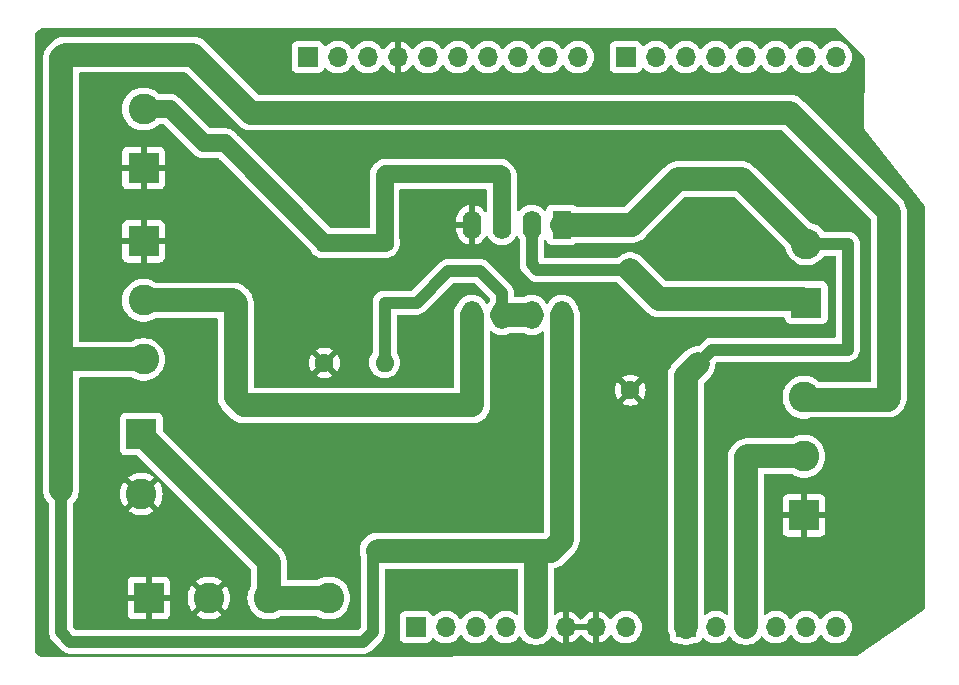
<source format=gbl>
%TF.GenerationSoftware,KiCad,Pcbnew,8.0.6*%
%TF.CreationDate,2024-12-17T14:45:50+01:00*%
%TF.ProjectId,Kicad,4b696361-642e-46b6-9963-61645f706362,rev?*%
%TF.SameCoordinates,Original*%
%TF.FileFunction,Copper,L2,Bot*%
%TF.FilePolarity,Positive*%
%FSLAX46Y46*%
G04 Gerber Fmt 4.6, Leading zero omitted, Abs format (unit mm)*
G04 Created by KiCad (PCBNEW 8.0.6) date 2024-12-17 14:45:50*
%MOMM*%
%LPD*%
G01*
G04 APERTURE LIST*
%TA.AperFunction,ComponentPad*%
%ADD10R,1.700000X1.700000*%
%TD*%
%TA.AperFunction,ComponentPad*%
%ADD11O,1.700000X1.700000*%
%TD*%
%TA.AperFunction,ComponentPad*%
%ADD12R,2.600000X2.600000*%
%TD*%
%TA.AperFunction,ComponentPad*%
%ADD13C,2.600000*%
%TD*%
%TA.AperFunction,ComponentPad*%
%ADD14R,1.600000X2.400000*%
%TD*%
%TA.AperFunction,ComponentPad*%
%ADD15O,1.600000X2.400000*%
%TD*%
%TA.AperFunction,ComponentPad*%
%ADD16C,1.600000*%
%TD*%
%TA.AperFunction,ComponentPad*%
%ADD17O,1.600000X1.600000*%
%TD*%
%TA.AperFunction,Conductor*%
%ADD18C,2.000000*%
%TD*%
%TA.AperFunction,Conductor*%
%ADD19C,1.000000*%
%TD*%
%TA.AperFunction,Conductor*%
%ADD20C,1.500000*%
%TD*%
G04 APERTURE END LIST*
D10*
%TO.P,J1,1,Pin_1*%
%TO.N,unconnected-(J1-Pin_1-Pad1)*%
X127940000Y-97460000D03*
D11*
%TO.P,J1,2,Pin_2*%
%TO.N,/IOREF*%
X130480000Y-97460000D03*
%TO.P,J1,3,Pin_3*%
%TO.N,/~{RESET}*%
X133020000Y-97460000D03*
%TO.P,J1,4,Pin_4*%
%TO.N,+3V3*%
X135560000Y-97460000D03*
%TO.P,J1,5,Pin_5*%
%TO.N,+5V*%
X138100000Y-97460000D03*
%TO.P,J1,6,Pin_6*%
%TO.N,GND*%
X140640000Y-97460000D03*
%TO.P,J1,7,Pin_7*%
X143180000Y-97460000D03*
%TO.P,J1,8,Pin_8*%
%TO.N,VCC*%
X145720000Y-97460000D03*
%TD*%
D10*
%TO.P,J3,1,Pin_1*%
%TO.N,/A0*%
X150800000Y-97460000D03*
D11*
%TO.P,J3,2,Pin_2*%
%TO.N,/A1*%
X153340000Y-97460000D03*
%TO.P,J3,3,Pin_3*%
%TO.N,/A2*%
X155880000Y-97460000D03*
%TO.P,J3,4,Pin_4*%
%TO.N,/A3*%
X158420000Y-97460000D03*
%TO.P,J3,5,Pin_5*%
%TO.N,/SDA{slash}A4*%
X160960000Y-97460000D03*
%TO.P,J3,6,Pin_6*%
%TO.N,/SCL{slash}A5*%
X163500000Y-97460000D03*
%TD*%
D10*
%TO.P,J2,1,Pin_1*%
%TO.N,/SCL{slash}A5*%
X118796000Y-49200000D03*
D11*
%TO.P,J2,2,Pin_2*%
%TO.N,/SDA{slash}A4*%
X121336000Y-49200000D03*
%TO.P,J2,3,Pin_3*%
%TO.N,/AREF*%
X123876000Y-49200000D03*
%TO.P,J2,4,Pin_4*%
%TO.N,GND*%
X126416000Y-49200000D03*
%TO.P,J2,5,Pin_5*%
%TO.N,/13*%
X128956000Y-49200000D03*
%TO.P,J2,6,Pin_6*%
%TO.N,/12*%
X131496000Y-49200000D03*
%TO.P,J2,7,Pin_7*%
%TO.N,/\u002A11*%
X134036000Y-49200000D03*
%TO.P,J2,8,Pin_8*%
%TO.N,/\u002A10*%
X136576000Y-49200000D03*
%TO.P,J2,9,Pin_9*%
%TO.N,/\u002A9*%
X139116000Y-49200000D03*
%TO.P,J2,10,Pin_10*%
%TO.N,/8*%
X141656000Y-49200000D03*
%TD*%
D10*
%TO.P,J4,1,Pin_1*%
%TO.N,/7*%
X145720000Y-49200000D03*
D11*
%TO.P,J4,2,Pin_2*%
%TO.N,/\u002A6*%
X148260000Y-49200000D03*
%TO.P,J4,3,Pin_3*%
%TO.N,/\u002A5*%
X150800000Y-49200000D03*
%TO.P,J4,4,Pin_4*%
%TO.N,/4*%
X153340000Y-49200000D03*
%TO.P,J4,5,Pin_5*%
%TO.N,/\u002A3*%
X155880000Y-49200000D03*
%TO.P,J4,6,Pin_6*%
%TO.N,/2*%
X158420000Y-49200000D03*
%TO.P,J4,7,Pin_7*%
%TO.N,/TX{slash}1*%
X160960000Y-49200000D03*
%TO.P,J4,8,Pin_8*%
%TO.N,/RX{slash}0*%
X163500000Y-49200000D03*
%TD*%
D12*
%TO.P,J5,1,Pin_1*%
%TO.N,Net-(J11-Pin_3)*%
X104700000Y-81120000D03*
D13*
%TO.P,J5,2,Pin_2*%
%TO.N,GND*%
X104700000Y-86200000D03*
%TD*%
D14*
%TO.P,U1,1,S1*%
%TO.N,/A0*%
X140300000Y-63400000D03*
D15*
%TO.P,U1,2,-*%
%TO.N,Net-(J7-Pin_1)*%
X137760000Y-63400000D03*
%TO.P,U1,3,+*%
%TO.N,Net-(J6-Pin_2)*%
X135220000Y-63400000D03*
%TO.P,U1,4,V-*%
%TO.N,GND*%
X132680000Y-63400000D03*
%TO.P,U1,5,+*%
%TO.N,Net-(J8-Pin_2)*%
X132680000Y-71020000D03*
%TO.P,U1,6,-*%
%TO.N,Net-(U1-S2)*%
X135220000Y-71020000D03*
%TO.P,U1,7,S2*%
X137760000Y-71020000D03*
%TO.P,U1,8,V+*%
%TO.N,+5V*%
X140300000Y-71020000D03*
%TD*%
D16*
%TO.P,R4,1*%
%TO.N,GND*%
X146100000Y-77400000D03*
D17*
%TO.P,R4,2*%
%TO.N,Net-(J7-Pin_1)*%
X146100000Y-67240000D03*
%TD*%
D12*
%TO.P,J6,1,Pin_1*%
%TO.N,GND*%
X104900000Y-58600000D03*
D13*
%TO.P,J6,2,Pin_2*%
%TO.N,Net-(J6-Pin_2)*%
X104900000Y-53600000D03*
%TD*%
D16*
%TO.P,R1,1*%
%TO.N,Net-(J6-Pin_2)*%
X125300000Y-64920000D03*
D17*
%TO.P,R1,2*%
%TO.N,Net-(U1-S2)*%
X125300000Y-75080000D03*
%TD*%
D12*
%TO.P,J8,1,Pin_1*%
%TO.N,GND*%
X104900000Y-64800000D03*
D13*
%TO.P,J8,2,Pin_2*%
%TO.N,Net-(J8-Pin_2)*%
X104900000Y-69800000D03*
%TO.P,J8,3,Pin_3*%
%TO.N,+5V*%
X104900000Y-74800000D03*
%TD*%
D12*
%TO.P,J7,1,Pin_1*%
%TO.N,Net-(J7-Pin_1)*%
X161000000Y-70000000D03*
D13*
%TO.P,J7,2,Pin_2*%
%TO.N,/A0*%
X161000000Y-65000000D03*
%TD*%
D12*
%TO.P,J12,1,Pin_1*%
%TO.N,GND*%
X160805000Y-88000000D03*
D13*
%TO.P,J12,2,Pin_2*%
%TO.N,/A2*%
X160805000Y-83000000D03*
%TO.P,J12,3,Pin_3*%
%TO.N,+5V*%
X160805000Y-78000000D03*
%TD*%
D12*
%TO.P,J11,1,Pin_1*%
%TO.N,GND*%
X105340000Y-95000000D03*
D13*
%TO.P,J11,2,Pin_2*%
X110420000Y-95000000D03*
%TO.P,J11,3,Pin_3*%
%TO.N,Net-(J11-Pin_3)*%
X115500000Y-95000000D03*
%TO.P,J11,4,Pin_4*%
X120580000Y-95000000D03*
%TD*%
D16*
%TO.P,R2,1*%
%TO.N,/A0*%
X150100000Y-59540000D03*
D17*
%TO.P,R2,2*%
%TO.N,Net-(J7-Pin_1)*%
X150100000Y-69700000D03*
%TD*%
D16*
%TO.P,R3,1*%
%TO.N,GND*%
X120200000Y-75100000D03*
D17*
%TO.P,R3,2*%
%TO.N,Net-(J6-Pin_2)*%
X120200000Y-64940000D03*
%TD*%
D18*
%TO.N,+5V*%
X104900000Y-74800000D02*
X98100000Y-74800000D01*
X140300000Y-71020000D02*
X140300000Y-90100000D01*
X167900000Y-78200000D02*
X168000000Y-78100000D01*
X168000000Y-62300000D02*
X159600000Y-53900000D01*
D19*
X124300000Y-97900000D02*
X124300000Y-91400000D01*
X97900000Y-85900000D02*
X97900000Y-97900000D01*
D18*
X98200000Y-49000000D02*
X97900000Y-49300000D01*
X140300000Y-90100000D02*
X139400000Y-91000000D01*
X138100000Y-97460000D02*
X138100000Y-91100000D01*
X97900000Y-74600000D02*
X97900000Y-85900000D01*
X138200000Y-91000000D02*
X124700000Y-91000000D01*
D19*
X98700000Y-98700000D02*
X123500000Y-98700000D01*
D18*
X97900000Y-49300000D02*
X97900000Y-74600000D01*
X109100000Y-49000000D02*
X98200000Y-49000000D01*
X168000000Y-78100000D02*
X168000000Y-62300000D01*
X138100000Y-91100000D02*
X138200000Y-91000000D01*
D19*
X124300000Y-91400000D02*
X124700000Y-91000000D01*
D18*
X114000000Y-53900000D02*
X109100000Y-49000000D01*
D19*
X97900000Y-97900000D02*
X98700000Y-98700000D01*
X123500000Y-98700000D02*
X124300000Y-97900000D01*
D18*
X160805000Y-78000000D02*
X161005000Y-78200000D01*
X161005000Y-78200000D02*
X167900000Y-78200000D01*
X159600000Y-53900000D02*
X114000000Y-53900000D01*
X139400000Y-91000000D02*
X138200000Y-91000000D01*
X98100000Y-74800000D02*
X97900000Y-74600000D01*
D20*
%TO.N,/A0*%
X151700000Y-75200000D02*
X151800000Y-75200000D01*
D19*
X151800000Y-75200000D02*
X153000000Y-74000000D01*
D18*
X150800000Y-97460000D02*
X150800000Y-76200000D01*
X155540000Y-59540000D02*
X161000000Y-65000000D01*
D19*
X164500000Y-65000000D02*
X161000000Y-65000000D01*
D18*
X150100000Y-59540000D02*
X155540000Y-59540000D01*
X140300000Y-63400000D02*
X146240000Y-63400000D01*
D19*
X153000000Y-74000000D02*
X164500000Y-74000000D01*
D18*
X146240000Y-63400000D02*
X150100000Y-59540000D01*
X150800000Y-76200000D02*
X151800000Y-75200000D01*
D19*
X164500000Y-74000000D02*
X164500000Y-65000000D01*
D18*
%TO.N,/A2*%
X160805000Y-83000000D02*
X155980000Y-83000000D01*
X155880000Y-97460000D02*
X155880000Y-83100000D01*
X155980000Y-83000000D02*
X155880000Y-83100000D01*
%TO.N,Net-(J11-Pin_3)*%
X115500000Y-95000000D02*
X120580000Y-95000000D01*
X115500000Y-91920000D02*
X115500000Y-95000000D01*
X104700000Y-81120000D02*
X115500000Y-91920000D01*
D19*
%TO.N,Net-(J7-Pin_1)*%
X137760000Y-63400000D02*
X137760000Y-66760000D01*
X138240000Y-67240000D02*
X146100000Y-67240000D01*
X137760000Y-66760000D02*
X138240000Y-67240000D01*
D18*
X150100000Y-69700000D02*
X148560000Y-69700000D01*
X160700000Y-69700000D02*
X161000000Y-70000000D01*
X150100000Y-69700000D02*
X160700000Y-69700000D01*
X148560000Y-69700000D02*
X146100000Y-67240000D01*
D20*
%TO.N,Net-(J6-Pin_2)*%
X120200000Y-64940000D02*
X111780000Y-56520000D01*
X125300000Y-64920000D02*
X120220000Y-64920000D01*
X107100000Y-53600000D02*
X104900000Y-53600000D01*
X135100000Y-59100000D02*
X135220000Y-59220000D01*
X120220000Y-64920000D02*
X120200000Y-64940000D01*
X125300000Y-59200000D02*
X125300000Y-64920000D01*
X110000000Y-56500000D02*
X107100000Y-53600000D01*
X111780000Y-56500000D02*
X110000000Y-56500000D01*
X125400000Y-59100000D02*
X135100000Y-59100000D01*
X125400000Y-59100000D02*
X125300000Y-59200000D01*
X135220000Y-59220000D02*
X135220000Y-63400000D01*
X111780000Y-56520000D02*
X111780000Y-56500000D01*
D19*
%TO.N,Net-(U1-S2)*%
X133366548Y-67300000D02*
X130700000Y-67300000D01*
X128000000Y-70000000D02*
X125300000Y-70000000D01*
D18*
X137760000Y-71020000D02*
X135220000Y-71020000D01*
D19*
X135220000Y-69153452D02*
X135220000Y-71020000D01*
X125300000Y-70000000D02*
X125300000Y-75080000D01*
X133366548Y-67300000D02*
X135220000Y-69153452D01*
X130700000Y-67300000D02*
X128000000Y-70000000D01*
D18*
%TO.N,Net-(J8-Pin_2)*%
X112700000Y-70000000D02*
X112700000Y-78000000D01*
X112700000Y-70000000D02*
X112500000Y-69800000D01*
X132680000Y-78680000D02*
X132680000Y-71020000D01*
X112700000Y-78000000D02*
X113400000Y-78700000D01*
X113400000Y-78700000D02*
X132700000Y-78700000D01*
X132700000Y-78700000D02*
X132680000Y-78680000D01*
X112500000Y-69800000D02*
X104900000Y-69800000D01*
%TD*%
%TA.AperFunction,Conductor*%
%TO.N,GND*%
G36*
X142714075Y-97267007D02*
G01*
X142680000Y-97394174D01*
X142680000Y-97525826D01*
X142714075Y-97652993D01*
X142746988Y-97710000D01*
X141073012Y-97710000D01*
X141105925Y-97652993D01*
X141140000Y-97525826D01*
X141140000Y-97394174D01*
X141105925Y-97267007D01*
X141073012Y-97210000D01*
X142746988Y-97210000D01*
X142714075Y-97267007D01*
G37*
%TD.AperFunction*%
%TA.AperFunction,Conductor*%
G36*
X163484395Y-46755191D02*
G01*
X163505080Y-46771853D01*
X165927638Y-49194412D01*
X165961123Y-49255735D01*
X165963954Y-49282906D01*
X165924572Y-55288633D01*
X165923751Y-55302091D01*
X165923272Y-55306223D01*
X165923610Y-55310402D01*
X165924402Y-55314519D01*
X165924403Y-55314521D01*
X165924403Y-55314523D01*
X165925964Y-55318361D01*
X165930360Y-55331126D01*
X165931493Y-55335109D01*
X165933405Y-55338839D01*
X165935714Y-55342345D01*
X165938629Y-55345298D01*
X165947570Y-55355403D01*
X170992209Y-61723390D01*
X170997697Y-61730317D01*
X171023896Y-61795089D01*
X171024500Y-61807315D01*
X171024500Y-95904313D01*
X171004815Y-95971352D01*
X170970606Y-96006593D01*
X165286213Y-99902835D01*
X165219787Y-99924500D01*
X165216219Y-99924555D01*
X96356152Y-99986494D01*
X96343886Y-99985897D01*
X96228222Y-99974505D01*
X96204381Y-99969763D01*
X96187445Y-99964625D01*
X96098968Y-99937786D01*
X96076517Y-99928486D01*
X95979372Y-99876561D01*
X95959160Y-99863056D01*
X95874011Y-99793176D01*
X95856823Y-99775988D01*
X95786943Y-99690839D01*
X95773438Y-99670627D01*
X95772966Y-99669744D01*
X95721510Y-99573476D01*
X95712215Y-99551037D01*
X95680234Y-99445612D01*
X95675494Y-99421778D01*
X95670681Y-99372914D01*
X95676218Y-99335616D01*
X95673117Y-99334999D01*
X95675500Y-99323019D01*
X95675500Y-49181278D01*
X96391499Y-49181278D01*
X96391499Y-49423832D01*
X96391500Y-49423857D01*
X96391500Y-74476862D01*
X96391499Y-74476877D01*
X96391499Y-74723832D01*
X96391500Y-74723857D01*
X96391500Y-86018727D01*
X96428643Y-86253241D01*
X96502019Y-86479067D01*
X96590221Y-86652172D01*
X96609815Y-86690627D01*
X96749380Y-86882722D01*
X96749382Y-86882724D01*
X96855181Y-86988523D01*
X96888666Y-87049846D01*
X96891500Y-87076204D01*
X96891500Y-97999333D01*
X96930254Y-98194160D01*
X96930256Y-98194168D01*
X97006277Y-98377701D01*
X97006282Y-98377710D01*
X97116646Y-98542880D01*
X97116649Y-98542884D01*
X98057115Y-99483351D01*
X98057119Y-99483354D01*
X98222289Y-99593718D01*
X98222291Y-99593719D01*
X98222296Y-99593722D01*
X98352075Y-99647477D01*
X98405831Y-99669744D01*
X98600666Y-99708499D01*
X98600670Y-99708500D01*
X98600671Y-99708500D01*
X123599330Y-99708500D01*
X123599331Y-99708499D01*
X123794169Y-99669744D01*
X123977704Y-99593721D01*
X124142881Y-99483353D01*
X124283353Y-99342881D01*
X124341912Y-99284322D01*
X124341923Y-99284309D01*
X125083354Y-98542881D01*
X125193722Y-98377704D01*
X125269744Y-98194168D01*
X125277864Y-98153350D01*
X125308499Y-97999333D01*
X125308500Y-97999331D01*
X125308500Y-92632500D01*
X125328185Y-92565461D01*
X125380989Y-92519706D01*
X125432500Y-92508500D01*
X136467500Y-92508500D01*
X136534539Y-92528185D01*
X136580294Y-92580989D01*
X136591500Y-92632500D01*
X136591500Y-96287709D01*
X136571815Y-96354748D01*
X136519011Y-96400503D01*
X136449853Y-96410447D01*
X136391337Y-96385562D01*
X136305577Y-96318812D01*
X136305572Y-96318808D01*
X136107580Y-96211661D01*
X136107577Y-96211659D01*
X136107574Y-96211658D01*
X136107571Y-96211657D01*
X136107569Y-96211656D01*
X135894637Y-96138556D01*
X135672569Y-96101500D01*
X135447431Y-96101500D01*
X135225362Y-96138556D01*
X135012430Y-96211656D01*
X135012419Y-96211661D01*
X134814427Y-96318808D01*
X134814422Y-96318812D01*
X134636761Y-96457092D01*
X134636756Y-96457097D01*
X134484284Y-96622723D01*
X134484276Y-96622734D01*
X134393808Y-96761206D01*
X134340662Y-96806562D01*
X134271431Y-96815986D01*
X134208095Y-96786484D01*
X134186192Y-96761206D01*
X134128286Y-96672576D01*
X134095722Y-96622732D01*
X134095719Y-96622729D01*
X134095715Y-96622723D01*
X133943243Y-96457097D01*
X133943238Y-96457092D01*
X133765577Y-96318812D01*
X133765572Y-96318808D01*
X133567580Y-96211661D01*
X133567577Y-96211659D01*
X133567574Y-96211658D01*
X133567571Y-96211657D01*
X133567569Y-96211656D01*
X133354637Y-96138556D01*
X133132569Y-96101500D01*
X132907431Y-96101500D01*
X132685362Y-96138556D01*
X132472430Y-96211656D01*
X132472419Y-96211661D01*
X132274427Y-96318808D01*
X132274422Y-96318812D01*
X132096761Y-96457092D01*
X132096756Y-96457097D01*
X131944284Y-96622723D01*
X131944276Y-96622734D01*
X131853808Y-96761206D01*
X131800662Y-96806562D01*
X131731431Y-96815986D01*
X131668095Y-96786484D01*
X131646192Y-96761206D01*
X131588286Y-96672576D01*
X131555722Y-96622732D01*
X131555719Y-96622729D01*
X131555715Y-96622723D01*
X131403243Y-96457097D01*
X131403238Y-96457092D01*
X131225577Y-96318812D01*
X131225572Y-96318808D01*
X131027580Y-96211661D01*
X131027577Y-96211659D01*
X131027574Y-96211658D01*
X131027571Y-96211657D01*
X131027569Y-96211656D01*
X130814637Y-96138556D01*
X130592569Y-96101500D01*
X130367431Y-96101500D01*
X130145362Y-96138556D01*
X129932430Y-96211656D01*
X129932419Y-96211661D01*
X129734427Y-96318808D01*
X129734422Y-96318812D01*
X129556761Y-96457092D01*
X129493548Y-96525760D01*
X129433661Y-96561750D01*
X129363823Y-96559649D01*
X129306207Y-96520124D01*
X129286138Y-96485110D01*
X129240889Y-96363796D01*
X129207214Y-96318812D01*
X129153261Y-96246739D01*
X129036204Y-96159111D01*
X128899203Y-96108011D01*
X128838654Y-96101500D01*
X128838638Y-96101500D01*
X127041362Y-96101500D01*
X127041345Y-96101500D01*
X126980797Y-96108011D01*
X126980795Y-96108011D01*
X126843795Y-96159111D01*
X126726739Y-96246739D01*
X126639111Y-96363795D01*
X126588011Y-96500795D01*
X126588011Y-96500797D01*
X126581500Y-96561345D01*
X126581500Y-98358654D01*
X126588011Y-98419202D01*
X126588011Y-98419204D01*
X126634141Y-98542880D01*
X126639111Y-98556204D01*
X126726739Y-98673261D01*
X126843796Y-98760889D01*
X126980799Y-98811989D01*
X127008050Y-98814918D01*
X127041345Y-98818499D01*
X127041362Y-98818500D01*
X128838638Y-98818500D01*
X128838654Y-98818499D01*
X128865692Y-98815591D01*
X128899201Y-98811989D01*
X129036204Y-98760889D01*
X129153261Y-98673261D01*
X129240889Y-98556204D01*
X129286138Y-98434887D01*
X129328009Y-98378956D01*
X129393474Y-98354539D01*
X129461746Y-98369391D01*
X129493545Y-98394236D01*
X129556760Y-98462906D01*
X129734424Y-98601189D01*
X129734425Y-98601189D01*
X129734427Y-98601191D01*
X129794314Y-98633600D01*
X129932426Y-98708342D01*
X130145365Y-98781444D01*
X130367431Y-98818500D01*
X130592569Y-98818500D01*
X130814635Y-98781444D01*
X131027574Y-98708342D01*
X131225576Y-98601189D01*
X131403240Y-98462906D01*
X131555722Y-98297268D01*
X131646193Y-98158790D01*
X131699338Y-98113437D01*
X131768569Y-98104013D01*
X131831905Y-98133515D01*
X131853804Y-98158787D01*
X131944278Y-98297268D01*
X131944283Y-98297273D01*
X131944284Y-98297276D01*
X132070968Y-98434889D01*
X132096760Y-98462906D01*
X132274424Y-98601189D01*
X132274425Y-98601189D01*
X132274427Y-98601191D01*
X132334314Y-98633600D01*
X132472426Y-98708342D01*
X132685365Y-98781444D01*
X132907431Y-98818500D01*
X133132569Y-98818500D01*
X133354635Y-98781444D01*
X133567574Y-98708342D01*
X133765576Y-98601189D01*
X133943240Y-98462906D01*
X134095722Y-98297268D01*
X134186193Y-98158790D01*
X134239338Y-98113437D01*
X134308569Y-98104013D01*
X134371905Y-98133515D01*
X134393804Y-98158787D01*
X134484278Y-98297268D01*
X134484283Y-98297273D01*
X134484284Y-98297276D01*
X134610968Y-98434889D01*
X134636760Y-98462906D01*
X134814424Y-98601189D01*
X134814425Y-98601189D01*
X134814427Y-98601191D01*
X134874314Y-98633600D01*
X135012426Y-98708342D01*
X135225365Y-98781444D01*
X135447431Y-98818500D01*
X135672569Y-98818500D01*
X135894635Y-98781444D01*
X136107574Y-98708342D01*
X136305576Y-98601189D01*
X136483240Y-98462906D01*
X136635722Y-98297268D01*
X136635797Y-98297152D01*
X136635841Y-98297114D01*
X136638875Y-98293218D01*
X136639676Y-98293841D01*
X136688938Y-98251791D01*
X136758168Y-98242359D01*
X136821507Y-98271854D01*
X136839930Y-98292077D01*
X136949380Y-98442722D01*
X137117278Y-98610620D01*
X137309373Y-98750185D01*
X137388757Y-98790633D01*
X137520932Y-98857980D01*
X137520934Y-98857980D01*
X137520937Y-98857982D01*
X137641984Y-98897312D01*
X137746758Y-98931356D01*
X137981273Y-98968500D01*
X137981278Y-98968500D01*
X138218727Y-98968500D01*
X138453241Y-98931356D01*
X138679063Y-98857982D01*
X138890627Y-98750185D01*
X139082722Y-98610620D01*
X139250620Y-98442722D01*
X139360069Y-98292078D01*
X139367124Y-98282368D01*
X139422454Y-98239702D01*
X139492067Y-98233723D01*
X139553862Y-98266329D01*
X139569017Y-98284129D01*
X139601894Y-98331082D01*
X139768917Y-98498105D01*
X139962421Y-98633600D01*
X140176507Y-98733429D01*
X140176516Y-98733433D01*
X140390000Y-98790634D01*
X140390000Y-97893012D01*
X140447007Y-97925925D01*
X140574174Y-97960000D01*
X140705826Y-97960000D01*
X140832993Y-97925925D01*
X140890000Y-97893012D01*
X140890000Y-98790633D01*
X141103483Y-98733433D01*
X141103492Y-98733429D01*
X141317578Y-98633600D01*
X141511082Y-98498105D01*
X141678105Y-98331082D01*
X141808425Y-98144968D01*
X141863002Y-98101344D01*
X141932501Y-98094151D01*
X141994855Y-98125673D01*
X142011575Y-98144968D01*
X142141894Y-98331082D01*
X142308917Y-98498105D01*
X142502421Y-98633600D01*
X142716507Y-98733429D01*
X142716516Y-98733433D01*
X142930000Y-98790634D01*
X142930000Y-97893012D01*
X142987007Y-97925925D01*
X143114174Y-97960000D01*
X143245826Y-97960000D01*
X143372993Y-97925925D01*
X143430000Y-97893012D01*
X143430000Y-98790634D01*
X143643483Y-98733433D01*
X143643492Y-98733429D01*
X143857578Y-98633600D01*
X144051082Y-98498105D01*
X144218105Y-98331082D01*
X144344868Y-98150048D01*
X144399445Y-98106423D01*
X144468944Y-98099231D01*
X144531298Y-98130753D01*
X144550251Y-98153350D01*
X144644276Y-98297265D01*
X144644284Y-98297276D01*
X144770968Y-98434889D01*
X144796760Y-98462906D01*
X144974424Y-98601189D01*
X144974425Y-98601189D01*
X144974427Y-98601191D01*
X145034314Y-98633600D01*
X145172426Y-98708342D01*
X145385365Y-98781444D01*
X145607431Y-98818500D01*
X145832569Y-98818500D01*
X146054635Y-98781444D01*
X146267574Y-98708342D01*
X146465576Y-98601189D01*
X146643240Y-98462906D01*
X146795722Y-98297268D01*
X146918860Y-98108791D01*
X147009296Y-97902616D01*
X147064564Y-97684368D01*
X147073318Y-97578727D01*
X147083156Y-97460005D01*
X147083156Y-97459994D01*
X147064565Y-97235640D01*
X147064563Y-97235628D01*
X147009296Y-97017385D01*
X146999071Y-96994075D01*
X146918860Y-96811209D01*
X146917089Y-96808499D01*
X146838498Y-96688206D01*
X146795722Y-96622732D01*
X146795719Y-96622729D01*
X146795715Y-96622723D01*
X146643243Y-96457097D01*
X146643238Y-96457092D01*
X146465577Y-96318812D01*
X146465572Y-96318808D01*
X146267580Y-96211661D01*
X146267577Y-96211659D01*
X146267574Y-96211658D01*
X146267571Y-96211657D01*
X146267569Y-96211656D01*
X146054637Y-96138556D01*
X145832569Y-96101500D01*
X145607431Y-96101500D01*
X145385362Y-96138556D01*
X145172430Y-96211656D01*
X145172419Y-96211661D01*
X144974427Y-96318808D01*
X144974422Y-96318812D01*
X144796761Y-96457092D01*
X144796756Y-96457097D01*
X144644284Y-96622723D01*
X144644276Y-96622734D01*
X144550251Y-96766650D01*
X144497105Y-96812007D01*
X144427873Y-96821430D01*
X144364538Y-96791928D01*
X144344868Y-96769951D01*
X144218113Y-96588926D01*
X144218108Y-96588920D01*
X144051082Y-96421894D01*
X143857578Y-96286399D01*
X143643492Y-96186570D01*
X143643486Y-96186567D01*
X143430000Y-96129364D01*
X143430000Y-97026988D01*
X143372993Y-96994075D01*
X143245826Y-96960000D01*
X143114174Y-96960000D01*
X142987007Y-96994075D01*
X142930000Y-97026988D01*
X142930000Y-96129364D01*
X142929999Y-96129364D01*
X142716513Y-96186567D01*
X142716507Y-96186570D01*
X142502422Y-96286399D01*
X142502420Y-96286400D01*
X142308926Y-96421886D01*
X142308920Y-96421891D01*
X142141891Y-96588920D01*
X142141890Y-96588922D01*
X142011575Y-96775031D01*
X141956998Y-96818655D01*
X141887499Y-96825848D01*
X141825145Y-96794326D01*
X141808425Y-96775031D01*
X141678109Y-96588922D01*
X141678108Y-96588920D01*
X141511082Y-96421894D01*
X141317578Y-96286399D01*
X141103492Y-96186570D01*
X141103486Y-96186567D01*
X140890000Y-96129364D01*
X140890000Y-97026988D01*
X140832993Y-96994075D01*
X140705826Y-96960000D01*
X140574174Y-96960000D01*
X140447007Y-96994075D01*
X140390000Y-97026988D01*
X140390000Y-96129364D01*
X140389999Y-96129364D01*
X140176513Y-96186567D01*
X140176507Y-96186570D01*
X139962422Y-96286399D01*
X139962420Y-96286400D01*
X139803623Y-96397591D01*
X139737417Y-96419918D01*
X139669650Y-96402908D01*
X139621837Y-96351959D01*
X139608500Y-96296016D01*
X139608500Y-92600186D01*
X139628185Y-92533147D01*
X139680989Y-92487392D01*
X139713095Y-92477714D01*
X139753241Y-92471356D01*
X139979063Y-92397982D01*
X140190627Y-92290185D01*
X140213948Y-92273241D01*
X140382722Y-92150620D01*
X140550620Y-91982722D01*
X140550621Y-91982720D01*
X140557681Y-91975660D01*
X140557686Y-91975653D01*
X141450620Y-91082722D01*
X141590185Y-90890627D01*
X141697982Y-90679063D01*
X141771356Y-90453241D01*
X141808500Y-90218727D01*
X141808500Y-77399997D01*
X144795034Y-77399997D01*
X144795034Y-77400002D01*
X144814858Y-77626599D01*
X144814860Y-77626610D01*
X144873730Y-77846317D01*
X144873735Y-77846331D01*
X144969863Y-78052478D01*
X145020974Y-78125472D01*
X145700000Y-77446446D01*
X145700000Y-77452661D01*
X145727259Y-77554394D01*
X145779920Y-77645606D01*
X145854394Y-77720080D01*
X145945606Y-77772741D01*
X146047339Y-77800000D01*
X146053553Y-77800000D01*
X145374526Y-78479025D01*
X145447513Y-78530132D01*
X145447521Y-78530136D01*
X145653668Y-78626264D01*
X145653682Y-78626269D01*
X145873389Y-78685139D01*
X145873400Y-78685141D01*
X146099998Y-78704966D01*
X146100002Y-78704966D01*
X146326599Y-78685141D01*
X146326610Y-78685139D01*
X146546317Y-78626269D01*
X146546331Y-78626264D01*
X146752478Y-78530136D01*
X146825471Y-78479024D01*
X146146447Y-77800000D01*
X146152661Y-77800000D01*
X146254394Y-77772741D01*
X146345606Y-77720080D01*
X146420080Y-77645606D01*
X146472741Y-77554394D01*
X146500000Y-77452661D01*
X146500000Y-77446447D01*
X147179024Y-78125471D01*
X147230136Y-78052478D01*
X147326264Y-77846331D01*
X147326269Y-77846317D01*
X147385139Y-77626610D01*
X147385141Y-77626599D01*
X147404966Y-77400002D01*
X147404966Y-77399997D01*
X147385141Y-77173400D01*
X147385139Y-77173389D01*
X147326269Y-76953682D01*
X147326264Y-76953668D01*
X147230136Y-76747521D01*
X147230132Y-76747513D01*
X147179025Y-76674526D01*
X146500000Y-77353551D01*
X146500000Y-77347339D01*
X146472741Y-77245606D01*
X146420080Y-77154394D01*
X146345606Y-77079920D01*
X146254394Y-77027259D01*
X146152661Y-77000000D01*
X146146448Y-77000000D01*
X146825472Y-76320974D01*
X146752478Y-76269863D01*
X146546331Y-76173735D01*
X146546317Y-76173730D01*
X146326610Y-76114860D01*
X146326599Y-76114858D01*
X146100002Y-76095034D01*
X146099998Y-76095034D01*
X145873400Y-76114858D01*
X145873389Y-76114860D01*
X145653682Y-76173730D01*
X145653673Y-76173734D01*
X145447516Y-76269866D01*
X145447512Y-76269868D01*
X145374526Y-76320973D01*
X145374526Y-76320974D01*
X146053553Y-77000000D01*
X146047339Y-77000000D01*
X145945606Y-77027259D01*
X145854394Y-77079920D01*
X145779920Y-77154394D01*
X145727259Y-77245606D01*
X145700000Y-77347339D01*
X145700000Y-77353552D01*
X145020974Y-76674526D01*
X145020973Y-76674526D01*
X144969868Y-76747512D01*
X144969866Y-76747516D01*
X144873734Y-76953673D01*
X144873730Y-76953682D01*
X144814860Y-77173389D01*
X144814858Y-77173400D01*
X144795034Y-77399997D01*
X141808500Y-77399997D01*
X141808500Y-70901272D01*
X141771356Y-70666758D01*
X141697980Y-70440932D01*
X141641114Y-70329328D01*
X141590185Y-70229373D01*
X141526000Y-70141029D01*
X141515257Y-70121842D01*
X141514846Y-70122052D01*
X141493954Y-70081049D01*
X141419129Y-69934197D01*
X141380681Y-69881278D01*
X141298073Y-69767576D01*
X141298069Y-69767571D01*
X141152428Y-69621930D01*
X141152423Y-69621926D01*
X140985806Y-69500873D01*
X140985805Y-69500872D01*
X140985803Y-69500871D01*
X140928496Y-69471671D01*
X140802294Y-69407367D01*
X140606408Y-69343719D01*
X140430794Y-69315905D01*
X140402981Y-69311500D01*
X140197019Y-69311500D01*
X140172550Y-69315375D01*
X139993591Y-69343719D01*
X139797705Y-69407367D01*
X139614193Y-69500873D01*
X139447576Y-69621926D01*
X139447571Y-69621930D01*
X139301930Y-69767571D01*
X139301926Y-69767576D01*
X139180872Y-69934193D01*
X139140483Y-70013460D01*
X139092508Y-70064255D01*
X139024687Y-70081049D01*
X138958552Y-70058511D01*
X138919514Y-70013457D01*
X138879128Y-69934195D01*
X138758073Y-69767576D01*
X138758069Y-69767571D01*
X138612428Y-69621930D01*
X138612423Y-69621926D01*
X138445806Y-69500873D01*
X138445805Y-69500872D01*
X138445803Y-69500871D01*
X138388496Y-69471671D01*
X138262294Y-69407367D01*
X138066408Y-69343719D01*
X137890794Y-69315905D01*
X137862981Y-69311500D01*
X137657019Y-69311500D01*
X137632550Y-69315375D01*
X137453591Y-69343719D01*
X137257705Y-69407367D01*
X137079861Y-69497985D01*
X137023566Y-69511500D01*
X136352500Y-69511500D01*
X136285461Y-69491815D01*
X136239706Y-69439011D01*
X136228500Y-69387500D01*
X136228500Y-69054122D01*
X136228499Y-69054118D01*
X136220344Y-69013120D01*
X136189744Y-68859283D01*
X136113721Y-68675748D01*
X136113720Y-68675747D01*
X136113717Y-68675741D01*
X136003354Y-68510572D01*
X135946577Y-68453795D01*
X135862881Y-68370099D01*
X135484282Y-67991500D01*
X134009432Y-66516649D01*
X134009428Y-66516646D01*
X133844258Y-66406282D01*
X133844249Y-66406277D01*
X133748007Y-66366413D01*
X133660717Y-66330256D01*
X133660709Y-66330254D01*
X133465881Y-66291500D01*
X133465877Y-66291500D01*
X130600671Y-66291500D01*
X130600666Y-66291500D01*
X130405838Y-66330253D01*
X130405838Y-66330254D01*
X130405835Y-66330255D01*
X130405831Y-66330256D01*
X130329809Y-66361745D01*
X130329807Y-66361745D01*
X130222294Y-66406278D01*
X130057123Y-66516642D01*
X130057115Y-66516648D01*
X127618585Y-68955181D01*
X127557262Y-68988666D01*
X127530904Y-68991500D01*
X125200666Y-68991500D01*
X125005838Y-69030254D01*
X125005830Y-69030256D01*
X124822298Y-69106277D01*
X124822289Y-69106282D01*
X124657119Y-69216646D01*
X124657115Y-69216649D01*
X124516649Y-69357115D01*
X124516646Y-69357119D01*
X124406282Y-69522289D01*
X124406277Y-69522298D01*
X124330256Y-69705830D01*
X124330254Y-69705838D01*
X124291500Y-69900666D01*
X124291500Y-74199890D01*
X124271815Y-74266929D01*
X124269087Y-74270995D01*
X124200550Y-74368876D01*
X124162476Y-74423252D01*
X124162475Y-74423254D01*
X124065718Y-74630750D01*
X124065714Y-74630761D01*
X124006457Y-74851910D01*
X124006456Y-74851918D01*
X123986502Y-75079998D01*
X123986502Y-75080001D01*
X124006456Y-75308081D01*
X124006457Y-75308089D01*
X124065714Y-75529238D01*
X124065718Y-75529249D01*
X124108473Y-75620937D01*
X124162477Y-75736749D01*
X124293802Y-75924300D01*
X124455700Y-76086198D01*
X124643251Y-76217523D01*
X124674081Y-76231899D01*
X124850750Y-76314281D01*
X124850752Y-76314281D01*
X124850757Y-76314284D01*
X125071913Y-76373543D01*
X125234832Y-76387796D01*
X125299998Y-76393498D01*
X125300000Y-76393498D01*
X125300002Y-76393498D01*
X125357021Y-76388509D01*
X125528087Y-76373543D01*
X125749243Y-76314284D01*
X125956749Y-76217523D01*
X126144300Y-76086198D01*
X126306198Y-75924300D01*
X126437523Y-75736749D01*
X126534284Y-75529243D01*
X126593543Y-75308087D01*
X126611748Y-75099999D01*
X126613498Y-75080001D01*
X126613498Y-75079998D01*
X126601740Y-74945606D01*
X126593543Y-74851913D01*
X126534284Y-74630757D01*
X126437523Y-74423251D01*
X126330924Y-74271012D01*
X126308598Y-74204807D01*
X126308500Y-74199890D01*
X126308500Y-71132500D01*
X126328185Y-71065461D01*
X126380989Y-71019706D01*
X126432500Y-71008500D01*
X128099330Y-71008500D01*
X128099331Y-71008499D01*
X128294169Y-70969744D01*
X128477704Y-70893721D01*
X128642881Y-70783353D01*
X128783353Y-70642881D01*
X128841912Y-70584322D01*
X128841924Y-70584308D01*
X131081416Y-68344819D01*
X131142739Y-68311334D01*
X131169097Y-68308500D01*
X132897452Y-68308500D01*
X132964491Y-68328185D01*
X132985133Y-68344819D01*
X134175181Y-69534867D01*
X134208666Y-69596190D01*
X134211500Y-69622548D01*
X134211500Y-69741638D01*
X134191815Y-69808677D01*
X134187818Y-69814523D01*
X134100872Y-69934193D01*
X134060483Y-70013460D01*
X134012508Y-70064255D01*
X133944687Y-70081049D01*
X133878552Y-70058511D01*
X133839514Y-70013457D01*
X133799128Y-69934195D01*
X133678073Y-69767576D01*
X133678069Y-69767571D01*
X133532428Y-69621930D01*
X133532423Y-69621926D01*
X133365806Y-69500873D01*
X133365805Y-69500872D01*
X133365803Y-69500871D01*
X133308496Y-69471671D01*
X133182294Y-69407367D01*
X132986408Y-69343719D01*
X132810794Y-69315905D01*
X132782981Y-69311500D01*
X132577019Y-69311500D01*
X132552550Y-69315375D01*
X132373591Y-69343719D01*
X132177705Y-69407367D01*
X131994193Y-69500873D01*
X131827576Y-69621926D01*
X131827571Y-69621930D01*
X131681930Y-69767571D01*
X131681926Y-69767576D01*
X131560873Y-69934193D01*
X131465155Y-70122049D01*
X131464745Y-70121840D01*
X131453998Y-70141030D01*
X131389815Y-70229372D01*
X131389814Y-70229374D01*
X131282019Y-70440932D01*
X131208643Y-70666758D01*
X131171500Y-70901272D01*
X131171500Y-77067500D01*
X131151815Y-77134539D01*
X131099011Y-77180294D01*
X131047500Y-77191500D01*
X114332500Y-77191500D01*
X114265461Y-77171815D01*
X114219706Y-77119011D01*
X114208500Y-77067500D01*
X114208500Y-75099997D01*
X118895034Y-75099997D01*
X118895034Y-75100002D01*
X118914858Y-75326599D01*
X118914860Y-75326610D01*
X118973730Y-75546317D01*
X118973735Y-75546331D01*
X119069863Y-75752478D01*
X119120974Y-75825472D01*
X119800000Y-75146446D01*
X119800000Y-75152661D01*
X119827259Y-75254394D01*
X119879920Y-75345606D01*
X119954394Y-75420080D01*
X120045606Y-75472741D01*
X120147339Y-75500000D01*
X120153553Y-75500000D01*
X119474526Y-76179025D01*
X119547513Y-76230132D01*
X119547521Y-76230136D01*
X119753668Y-76326264D01*
X119753682Y-76326269D01*
X119973389Y-76385139D01*
X119973400Y-76385141D01*
X120199998Y-76404966D01*
X120200002Y-76404966D01*
X120426599Y-76385141D01*
X120426610Y-76385139D01*
X120646317Y-76326269D01*
X120646331Y-76326264D01*
X120852478Y-76230136D01*
X120925471Y-76179024D01*
X120246447Y-75500000D01*
X120252661Y-75500000D01*
X120354394Y-75472741D01*
X120445606Y-75420080D01*
X120520080Y-75345606D01*
X120572741Y-75254394D01*
X120600000Y-75152661D01*
X120600000Y-75146447D01*
X121279024Y-75825471D01*
X121330136Y-75752478D01*
X121426264Y-75546331D01*
X121426269Y-75546317D01*
X121485139Y-75326610D01*
X121485141Y-75326599D01*
X121504966Y-75100002D01*
X121504966Y-75099997D01*
X121485141Y-74873400D01*
X121485139Y-74873389D01*
X121426269Y-74653682D01*
X121426264Y-74653668D01*
X121330136Y-74447521D01*
X121330132Y-74447513D01*
X121279025Y-74374526D01*
X120600000Y-75053551D01*
X120600000Y-75047339D01*
X120572741Y-74945606D01*
X120520080Y-74854394D01*
X120445606Y-74779920D01*
X120354394Y-74727259D01*
X120252661Y-74700000D01*
X120246448Y-74700000D01*
X120925472Y-74020974D01*
X120852478Y-73969863D01*
X120646331Y-73873735D01*
X120646317Y-73873730D01*
X120426610Y-73814860D01*
X120426599Y-73814858D01*
X120200002Y-73795034D01*
X120199998Y-73795034D01*
X119973400Y-73814858D01*
X119973389Y-73814860D01*
X119753682Y-73873730D01*
X119753673Y-73873734D01*
X119547516Y-73969866D01*
X119547512Y-73969868D01*
X119474526Y-74020973D01*
X119474526Y-74020974D01*
X120153553Y-74700000D01*
X120147339Y-74700000D01*
X120045606Y-74727259D01*
X119954394Y-74779920D01*
X119879920Y-74854394D01*
X119827259Y-74945606D01*
X119800000Y-75047339D01*
X119800000Y-75053552D01*
X119120974Y-74374526D01*
X119120973Y-74374526D01*
X119069868Y-74447512D01*
X119069866Y-74447516D01*
X118973734Y-74653673D01*
X118973730Y-74653682D01*
X118914860Y-74873389D01*
X118914858Y-74873400D01*
X118895034Y-75099997D01*
X114208500Y-75099997D01*
X114208500Y-70123857D01*
X114208501Y-70123832D01*
X114208501Y-69881278D01*
X114195628Y-69800004D01*
X114171356Y-69646759D01*
X114097982Y-69420937D01*
X114064533Y-69355290D01*
X113990185Y-69209373D01*
X113850620Y-69017278D01*
X113788523Y-68955181D01*
X113679626Y-68846283D01*
X113679595Y-68846254D01*
X113654960Y-68821619D01*
X113654940Y-68821597D01*
X113482725Y-68649383D01*
X113482724Y-68649382D01*
X113482722Y-68649380D01*
X113290627Y-68509815D01*
X113079063Y-68402018D01*
X112853241Y-68328644D01*
X112853239Y-68328643D01*
X112853237Y-68328643D01*
X112689494Y-68302708D01*
X112618722Y-68291499D01*
X112381278Y-68291499D01*
X112376167Y-68291499D01*
X112376143Y-68291500D01*
X105936117Y-68291500D01*
X105869078Y-68271815D01*
X105866298Y-68269976D01*
X105806786Y-68229401D01*
X105806780Y-68229398D01*
X105806779Y-68229397D01*
X105806778Y-68229396D01*
X105562574Y-68111795D01*
X105562576Y-68111795D01*
X105303559Y-68031899D01*
X105303553Y-68031897D01*
X105035535Y-67991500D01*
X105035528Y-67991500D01*
X104764472Y-67991500D01*
X104764464Y-67991500D01*
X104496446Y-68031897D01*
X104496440Y-68031899D01*
X104237427Y-68111794D01*
X103993219Y-68229398D01*
X103769256Y-68382093D01*
X103570560Y-68566456D01*
X103570558Y-68566458D01*
X103401557Y-68778379D01*
X103266029Y-69013120D01*
X103167003Y-69265435D01*
X103166997Y-69265454D01*
X103106684Y-69529705D01*
X103106683Y-69529710D01*
X103086429Y-69799995D01*
X103086429Y-69800004D01*
X103106683Y-70070289D01*
X103106684Y-70070294D01*
X103166997Y-70334545D01*
X103166999Y-70334554D01*
X103167001Y-70334559D01*
X103266029Y-70586879D01*
X103401557Y-70821621D01*
X103570558Y-71033542D01*
X103769257Y-71217907D01*
X103993215Y-71370599D01*
X104237428Y-71488206D01*
X104496442Y-71568101D01*
X104496443Y-71568101D01*
X104496446Y-71568102D01*
X104764464Y-71608499D01*
X104764469Y-71608499D01*
X104764472Y-71608500D01*
X104764473Y-71608500D01*
X105035527Y-71608500D01*
X105035528Y-71608500D01*
X105035535Y-71608499D01*
X105303553Y-71568102D01*
X105303554Y-71568101D01*
X105303558Y-71568101D01*
X105562572Y-71488206D01*
X105806786Y-71370599D01*
X105866266Y-71330045D01*
X105932745Y-71308546D01*
X105936117Y-71308500D01*
X111067500Y-71308500D01*
X111134539Y-71328185D01*
X111180294Y-71380989D01*
X111191500Y-71432500D01*
X111191500Y-77876862D01*
X111191499Y-77876877D01*
X111191499Y-78118721D01*
X111207338Y-78218723D01*
X111228643Y-78353241D01*
X111302019Y-78579067D01*
X111407905Y-78786879D01*
X111409815Y-78790627D01*
X111549380Y-78982722D01*
X111549382Y-78982724D01*
X111549383Y-78982725D01*
X111721597Y-79154940D01*
X111721619Y-79154960D01*
X112246254Y-79679595D01*
X112246283Y-79679626D01*
X112334758Y-79768100D01*
X112417278Y-79850620D01*
X112609154Y-79990026D01*
X112609373Y-79990185D01*
X112820932Y-80097980D01*
X112820938Y-80097983D01*
X112985205Y-80151356D01*
X113046758Y-80171356D01*
X113281273Y-80208500D01*
X113281278Y-80208500D01*
X132818727Y-80208500D01*
X133053241Y-80171356D01*
X133279063Y-80097982D01*
X133490627Y-79990185D01*
X133519263Y-79969380D01*
X133682722Y-79850620D01*
X133850620Y-79682722D01*
X133990185Y-79490627D01*
X134097982Y-79279063D01*
X134171356Y-79053241D01*
X134182525Y-78982722D01*
X134208500Y-78818727D01*
X134208500Y-78581272D01*
X134190027Y-78464642D01*
X134188500Y-78445244D01*
X134188500Y-72531330D01*
X134208185Y-72464291D01*
X134260989Y-72418536D01*
X134330147Y-72408592D01*
X134385385Y-72431012D01*
X134443816Y-72473464D01*
X134534197Y-72539129D01*
X134651128Y-72598709D01*
X134717705Y-72632632D01*
X134717707Y-72632632D01*
X134717710Y-72632634D01*
X134822707Y-72666749D01*
X134913591Y-72696280D01*
X135015305Y-72712390D01*
X135117019Y-72728500D01*
X135117020Y-72728500D01*
X135322980Y-72728500D01*
X135322981Y-72728500D01*
X135526408Y-72696280D01*
X135722290Y-72632634D01*
X135900139Y-72542015D01*
X135956434Y-72528500D01*
X137023566Y-72528500D01*
X137079861Y-72542015D01*
X137257705Y-72632632D01*
X137257707Y-72632632D01*
X137257710Y-72632634D01*
X137362707Y-72666749D01*
X137453591Y-72696280D01*
X137555305Y-72712390D01*
X137657019Y-72728500D01*
X137657020Y-72728500D01*
X137862980Y-72728500D01*
X137862981Y-72728500D01*
X138066408Y-72696280D01*
X138262290Y-72632634D01*
X138445803Y-72539129D01*
X138536184Y-72473464D01*
X138594615Y-72431012D01*
X138660421Y-72407532D01*
X138728475Y-72423358D01*
X138777170Y-72473464D01*
X138791500Y-72531330D01*
X138791500Y-89367500D01*
X138771815Y-89434539D01*
X138719011Y-89480294D01*
X138667500Y-89491500D01*
X124581273Y-89491500D01*
X124346758Y-89528643D01*
X124120932Y-89602019D01*
X123909372Y-89709815D01*
X123717275Y-89849382D01*
X123549382Y-90017275D01*
X123409815Y-90209372D01*
X123302019Y-90420932D01*
X123228643Y-90646758D01*
X123191500Y-90881272D01*
X123191500Y-91118727D01*
X123228643Y-91353241D01*
X123265821Y-91467662D01*
X123285431Y-91528014D01*
X123291500Y-91566330D01*
X123291500Y-97430903D01*
X123271815Y-97497942D01*
X123255185Y-97518579D01*
X123118583Y-97655182D01*
X123057263Y-97688666D01*
X123030904Y-97691500D01*
X99169097Y-97691500D01*
X99102058Y-97671815D01*
X99081416Y-97655181D01*
X98944819Y-97518584D01*
X98911334Y-97457261D01*
X98908500Y-97430903D01*
X98908500Y-93652155D01*
X103540000Y-93652155D01*
X103540000Y-94750000D01*
X104739999Y-94750000D01*
X104714979Y-94810402D01*
X104690000Y-94935981D01*
X104690000Y-95064019D01*
X104714979Y-95189598D01*
X104739999Y-95250000D01*
X103540000Y-95250000D01*
X103540000Y-96347844D01*
X103546401Y-96407372D01*
X103546403Y-96407379D01*
X103596645Y-96542086D01*
X103596649Y-96542093D01*
X103682809Y-96657187D01*
X103682812Y-96657190D01*
X103797906Y-96743350D01*
X103797913Y-96743354D01*
X103932620Y-96793596D01*
X103932627Y-96793598D01*
X103992155Y-96799999D01*
X103992172Y-96800000D01*
X105090000Y-96800000D01*
X105090000Y-95600001D01*
X105150402Y-95625021D01*
X105275981Y-95650000D01*
X105404019Y-95650000D01*
X105529598Y-95625021D01*
X105590000Y-95600001D01*
X105590000Y-96800000D01*
X106687828Y-96800000D01*
X106687844Y-96799999D01*
X106747372Y-96793598D01*
X106747379Y-96793596D01*
X106882086Y-96743354D01*
X106882093Y-96743350D01*
X106997187Y-96657190D01*
X106997190Y-96657187D01*
X107083350Y-96542093D01*
X107083354Y-96542086D01*
X107133596Y-96407379D01*
X107133598Y-96407372D01*
X107139999Y-96347844D01*
X107140000Y-96347827D01*
X107140000Y-95250000D01*
X105940001Y-95250000D01*
X105965021Y-95189598D01*
X105990000Y-95064019D01*
X105990000Y-94999995D01*
X108614953Y-94999995D01*
X108614953Y-95000004D01*
X108635113Y-95269026D01*
X108635113Y-95269028D01*
X108695142Y-95532033D01*
X108695148Y-95532052D01*
X108793709Y-95783181D01*
X108793708Y-95783181D01*
X108928602Y-96016822D01*
X108982294Y-96084151D01*
X108982295Y-96084151D01*
X109818958Y-95247488D01*
X109843978Y-95307890D01*
X109915112Y-95414351D01*
X110005649Y-95504888D01*
X110112110Y-95576022D01*
X110172510Y-95601041D01*
X109334848Y-96438702D01*
X109517483Y-96563220D01*
X109517485Y-96563221D01*
X109760539Y-96680269D01*
X109760537Y-96680269D01*
X110018337Y-96759790D01*
X110018343Y-96759792D01*
X110285101Y-96799999D01*
X110285110Y-96800000D01*
X110554890Y-96800000D01*
X110554898Y-96799999D01*
X110821656Y-96759792D01*
X110821662Y-96759790D01*
X111079461Y-96680269D01*
X111322521Y-96563218D01*
X111505150Y-96438702D01*
X110667488Y-95601041D01*
X110727890Y-95576022D01*
X110834351Y-95504888D01*
X110924888Y-95414351D01*
X110996022Y-95307890D01*
X111021041Y-95247488D01*
X111857703Y-96084151D01*
X111857704Y-96084150D01*
X111911393Y-96016828D01*
X111911400Y-96016817D01*
X112046290Y-95783181D01*
X112144851Y-95532052D01*
X112144857Y-95532033D01*
X112204886Y-95269028D01*
X112204886Y-95269026D01*
X112225047Y-95000004D01*
X112225047Y-94999995D01*
X112204886Y-94730973D01*
X112204886Y-94730971D01*
X112144857Y-94467966D01*
X112144851Y-94467947D01*
X112046290Y-94216818D01*
X112046291Y-94216818D01*
X111911397Y-93983177D01*
X111857704Y-93915847D01*
X111021041Y-94752510D01*
X110996022Y-94692110D01*
X110924888Y-94585649D01*
X110834351Y-94495112D01*
X110727890Y-94423978D01*
X110667488Y-94398958D01*
X111505150Y-93561296D01*
X111322517Y-93436779D01*
X111322516Y-93436778D01*
X111079460Y-93319730D01*
X111079462Y-93319730D01*
X110821662Y-93240209D01*
X110821656Y-93240207D01*
X110554898Y-93200000D01*
X110285101Y-93200000D01*
X110018343Y-93240207D01*
X110018337Y-93240209D01*
X109760538Y-93319730D01*
X109517485Y-93436778D01*
X109517476Y-93436783D01*
X109334848Y-93561296D01*
X110172511Y-94398958D01*
X110112110Y-94423978D01*
X110005649Y-94495112D01*
X109915112Y-94585649D01*
X109843978Y-94692110D01*
X109818958Y-94752511D01*
X108982295Y-93915848D01*
X108928600Y-93983180D01*
X108793709Y-94216818D01*
X108695148Y-94467947D01*
X108695142Y-94467966D01*
X108635113Y-94730971D01*
X108635113Y-94730973D01*
X108614953Y-94999995D01*
X105990000Y-94999995D01*
X105990000Y-94935981D01*
X105965021Y-94810402D01*
X105940001Y-94750000D01*
X107140000Y-94750000D01*
X107140000Y-93652172D01*
X107139999Y-93652155D01*
X107133598Y-93592627D01*
X107133596Y-93592620D01*
X107083354Y-93457913D01*
X107083350Y-93457906D01*
X106997190Y-93342812D01*
X106997187Y-93342809D01*
X106882093Y-93256649D01*
X106882086Y-93256645D01*
X106747379Y-93206403D01*
X106747372Y-93206401D01*
X106687844Y-93200000D01*
X105590000Y-93200000D01*
X105590000Y-94399998D01*
X105529598Y-94374979D01*
X105404019Y-94350000D01*
X105275981Y-94350000D01*
X105150402Y-94374979D01*
X105090000Y-94399998D01*
X105090000Y-93200000D01*
X103992155Y-93200000D01*
X103932627Y-93206401D01*
X103932620Y-93206403D01*
X103797913Y-93256645D01*
X103797906Y-93256649D01*
X103682812Y-93342809D01*
X103682809Y-93342812D01*
X103596649Y-93457906D01*
X103596645Y-93457913D01*
X103546403Y-93592620D01*
X103546401Y-93592627D01*
X103540000Y-93652155D01*
X98908500Y-93652155D01*
X98908500Y-87076204D01*
X98928185Y-87009165D01*
X98944819Y-86988523D01*
X98950161Y-86983181D01*
X99050620Y-86882722D01*
X99190185Y-86690627D01*
X99297982Y-86479063D01*
X99371356Y-86253241D01*
X99379789Y-86199995D01*
X102894953Y-86199995D01*
X102894953Y-86200000D01*
X102915113Y-86469026D01*
X102915113Y-86469028D01*
X102975142Y-86732033D01*
X102975148Y-86732052D01*
X103073709Y-86983181D01*
X103073708Y-86983181D01*
X103208602Y-87216822D01*
X103262294Y-87284151D01*
X103262295Y-87284151D01*
X104098958Y-86447488D01*
X104123978Y-86507890D01*
X104195112Y-86614351D01*
X104285649Y-86704888D01*
X104392110Y-86776022D01*
X104452510Y-86801041D01*
X103614848Y-87638702D01*
X103797483Y-87763220D01*
X103797485Y-87763221D01*
X104040539Y-87880269D01*
X104040537Y-87880269D01*
X104298337Y-87959790D01*
X104298343Y-87959792D01*
X104565101Y-87999999D01*
X104565110Y-88000000D01*
X104834890Y-88000000D01*
X104834898Y-87999999D01*
X105101656Y-87959792D01*
X105101662Y-87959790D01*
X105359461Y-87880269D01*
X105602521Y-87763218D01*
X105785150Y-87638702D01*
X104947488Y-86801041D01*
X105007890Y-86776022D01*
X105114351Y-86704888D01*
X105204888Y-86614351D01*
X105276022Y-86507890D01*
X105301041Y-86447488D01*
X106137703Y-87284151D01*
X106137704Y-87284150D01*
X106191393Y-87216828D01*
X106191400Y-87216817D01*
X106326290Y-86983181D01*
X106424851Y-86732052D01*
X106424857Y-86732033D01*
X106484886Y-86469028D01*
X106484886Y-86469026D01*
X106505047Y-86200000D01*
X106505047Y-86199995D01*
X106484886Y-85930973D01*
X106484886Y-85930971D01*
X106424857Y-85667966D01*
X106424851Y-85667947D01*
X106326290Y-85416818D01*
X106326291Y-85416818D01*
X106191397Y-85183177D01*
X106137704Y-85115847D01*
X105301041Y-85952510D01*
X105276022Y-85892110D01*
X105204888Y-85785649D01*
X105114351Y-85695112D01*
X105007890Y-85623978D01*
X104947488Y-85598958D01*
X105785150Y-84761296D01*
X105602517Y-84636779D01*
X105602516Y-84636778D01*
X105359460Y-84519730D01*
X105359462Y-84519730D01*
X105101662Y-84440209D01*
X105101656Y-84440207D01*
X104834898Y-84400000D01*
X104565101Y-84400000D01*
X104298343Y-84440207D01*
X104298337Y-84440209D01*
X104040538Y-84519730D01*
X103797485Y-84636778D01*
X103797476Y-84636783D01*
X103614848Y-84761296D01*
X104452511Y-85598958D01*
X104392110Y-85623978D01*
X104285649Y-85695112D01*
X104195112Y-85785649D01*
X104123978Y-85892110D01*
X104098958Y-85952511D01*
X103262295Y-85115848D01*
X103208600Y-85183180D01*
X103073709Y-85416818D01*
X102975148Y-85667947D01*
X102975142Y-85667966D01*
X102915113Y-85930971D01*
X102915113Y-85930973D01*
X102894953Y-86199995D01*
X99379789Y-86199995D01*
X99408500Y-86018727D01*
X99408500Y-79771345D01*
X102891500Y-79771345D01*
X102891500Y-82468654D01*
X102898011Y-82529202D01*
X102898011Y-82529204D01*
X102949111Y-82666204D01*
X103036739Y-82783261D01*
X103153796Y-82870889D01*
X103290799Y-82921989D01*
X103318050Y-82924918D01*
X103351345Y-82928499D01*
X103351362Y-82928500D01*
X104323797Y-82928500D01*
X104390836Y-82948185D01*
X104411478Y-82964819D01*
X113955181Y-92508522D01*
X113988666Y-92569845D01*
X113991500Y-92596203D01*
X113991500Y-93962572D01*
X113974887Y-94024572D01*
X113866029Y-94213120D01*
X113767003Y-94465435D01*
X113766997Y-94465454D01*
X113706684Y-94729705D01*
X113706683Y-94729710D01*
X113686429Y-94999995D01*
X113686429Y-95000004D01*
X113706683Y-95270289D01*
X113706684Y-95270294D01*
X113766997Y-95534545D01*
X113766999Y-95534554D01*
X113767001Y-95534559D01*
X113866029Y-95786879D01*
X114001557Y-96021621D01*
X114170558Y-96233542D01*
X114369257Y-96417907D01*
X114593215Y-96570599D01*
X114837428Y-96688206D01*
X115096442Y-96768101D01*
X115096443Y-96768101D01*
X115096446Y-96768102D01*
X115364464Y-96808499D01*
X115364469Y-96808499D01*
X115364472Y-96808500D01*
X115364473Y-96808500D01*
X115635527Y-96808500D01*
X115635528Y-96808500D01*
X115691922Y-96800000D01*
X115903553Y-96768102D01*
X115903554Y-96768101D01*
X115903558Y-96768101D01*
X116162572Y-96688206D01*
X116406786Y-96570599D01*
X116466266Y-96530045D01*
X116532745Y-96508546D01*
X116536117Y-96508500D01*
X119543884Y-96508500D01*
X119610923Y-96528185D01*
X119613702Y-96530023D01*
X119673215Y-96570599D01*
X119917428Y-96688206D01*
X120176442Y-96768101D01*
X120176443Y-96768101D01*
X120176446Y-96768102D01*
X120444464Y-96808499D01*
X120444469Y-96808499D01*
X120444472Y-96808500D01*
X120444473Y-96808500D01*
X120715527Y-96808500D01*
X120715528Y-96808500D01*
X120771922Y-96800000D01*
X120983553Y-96768102D01*
X120983554Y-96768101D01*
X120983558Y-96768101D01*
X121242572Y-96688206D01*
X121486786Y-96570599D01*
X121710743Y-96417907D01*
X121909442Y-96233542D01*
X122078443Y-96021621D01*
X122213971Y-95786879D01*
X122312999Y-95534559D01*
X122373315Y-95270299D01*
X122373410Y-95269028D01*
X122393571Y-95000004D01*
X122393571Y-94999995D01*
X122373316Y-94729710D01*
X122373315Y-94729705D01*
X122373315Y-94729701D01*
X122312999Y-94465441D01*
X122213971Y-94213121D01*
X122078443Y-93978379D01*
X121909442Y-93766458D01*
X121710743Y-93582093D01*
X121486786Y-93429401D01*
X121486780Y-93429398D01*
X121486779Y-93429397D01*
X121486778Y-93429396D01*
X121242574Y-93311795D01*
X121242576Y-93311795D01*
X120983559Y-93231899D01*
X120983553Y-93231897D01*
X120715535Y-93191500D01*
X120715528Y-93191500D01*
X120444472Y-93191500D01*
X120444464Y-93191500D01*
X120176446Y-93231897D01*
X120176440Y-93231899D01*
X119917427Y-93311794D01*
X119673219Y-93429398D01*
X119662388Y-93436783D01*
X119613734Y-93469954D01*
X119547256Y-93491454D01*
X119543884Y-93491500D01*
X117132500Y-93491500D01*
X117065461Y-93471815D01*
X117019706Y-93419011D01*
X117008500Y-93367500D01*
X117008500Y-91801272D01*
X116986891Y-91664843D01*
X116971356Y-91566759D01*
X116971355Y-91566755D01*
X116971355Y-91566754D01*
X116899489Y-91345575D01*
X116898427Y-91341809D01*
X116790182Y-91129368D01*
X116756292Y-91082723D01*
X116756291Y-91082722D01*
X116650622Y-90937281D01*
X116650620Y-90937278D01*
X116594614Y-90881272D01*
X116479626Y-90766283D01*
X116479595Y-90766254D01*
X106544819Y-80831478D01*
X106511334Y-80770155D01*
X106508500Y-80743797D01*
X106508500Y-79771362D01*
X106508499Y-79771345D01*
X106505157Y-79740270D01*
X106501989Y-79710799D01*
X106491517Y-79682724D01*
X106459909Y-79597980D01*
X106450889Y-79573796D01*
X106363261Y-79456739D01*
X106246204Y-79369111D01*
X106109203Y-79318011D01*
X106048654Y-79311500D01*
X106048638Y-79311500D01*
X103351362Y-79311500D01*
X103351345Y-79311500D01*
X103290797Y-79318011D01*
X103290795Y-79318011D01*
X103153795Y-79369111D01*
X103036739Y-79456739D01*
X102949111Y-79573795D01*
X102898011Y-79710795D01*
X102898011Y-79710797D01*
X102891500Y-79771345D01*
X99408500Y-79771345D01*
X99408500Y-76432500D01*
X99428185Y-76365461D01*
X99480989Y-76319706D01*
X99532500Y-76308500D01*
X103863884Y-76308500D01*
X103930923Y-76328185D01*
X103933702Y-76330023D01*
X103993215Y-76370599D01*
X104237428Y-76488206D01*
X104496442Y-76568101D01*
X104496443Y-76568101D01*
X104496446Y-76568102D01*
X104764464Y-76608499D01*
X104764469Y-76608499D01*
X104764472Y-76608500D01*
X104764473Y-76608500D01*
X105035527Y-76608500D01*
X105035528Y-76608500D01*
X105035535Y-76608499D01*
X105303553Y-76568102D01*
X105303554Y-76568101D01*
X105303558Y-76568101D01*
X105562572Y-76488206D01*
X105806786Y-76370599D01*
X106030743Y-76217907D01*
X106229442Y-76033542D01*
X106398443Y-75821621D01*
X106533971Y-75586879D01*
X106632999Y-75334559D01*
X106693315Y-75070299D01*
X106695036Y-75047339D01*
X106713571Y-74800004D01*
X106713571Y-74799995D01*
X106693316Y-74529710D01*
X106693315Y-74529705D01*
X106693315Y-74529701D01*
X106632999Y-74265441D01*
X106533971Y-74013121D01*
X106398443Y-73778379D01*
X106229442Y-73566458D01*
X106030743Y-73382093D01*
X105806786Y-73229401D01*
X105806780Y-73229398D01*
X105806779Y-73229397D01*
X105806778Y-73229396D01*
X105562574Y-73111795D01*
X105562576Y-73111795D01*
X105303559Y-73031899D01*
X105303553Y-73031897D01*
X105035535Y-72991500D01*
X105035528Y-72991500D01*
X104764472Y-72991500D01*
X104764464Y-72991500D01*
X104496446Y-73031897D01*
X104496440Y-73031899D01*
X104237427Y-73111794D01*
X103993219Y-73229398D01*
X103993215Y-73229401D01*
X103933734Y-73269954D01*
X103867256Y-73291454D01*
X103863884Y-73291500D01*
X99532500Y-73291500D01*
X99465461Y-73271815D01*
X99419706Y-73219011D01*
X99408500Y-73167500D01*
X99408500Y-63452155D01*
X103100000Y-63452155D01*
X103100000Y-64550000D01*
X104299999Y-64550000D01*
X104274979Y-64610402D01*
X104250000Y-64735981D01*
X104250000Y-64864019D01*
X104274979Y-64989598D01*
X104299999Y-65050000D01*
X103100000Y-65050000D01*
X103100000Y-66147844D01*
X103106401Y-66207372D01*
X103106403Y-66207379D01*
X103156645Y-66342086D01*
X103156649Y-66342093D01*
X103242809Y-66457187D01*
X103242812Y-66457190D01*
X103357906Y-66543350D01*
X103357913Y-66543354D01*
X103492620Y-66593596D01*
X103492627Y-66593598D01*
X103552155Y-66599999D01*
X103552172Y-66600000D01*
X104650000Y-66600000D01*
X104650000Y-65400001D01*
X104710402Y-65425021D01*
X104835981Y-65450000D01*
X104964019Y-65450000D01*
X105089598Y-65425021D01*
X105150000Y-65400001D01*
X105150000Y-66600000D01*
X106247828Y-66600000D01*
X106247844Y-66599999D01*
X106307372Y-66593598D01*
X106307379Y-66593596D01*
X106442086Y-66543354D01*
X106442093Y-66543350D01*
X106557187Y-66457190D01*
X106557190Y-66457187D01*
X106643350Y-66342093D01*
X106643354Y-66342086D01*
X106693596Y-66207379D01*
X106693598Y-66207372D01*
X106699999Y-66147844D01*
X106700000Y-66147827D01*
X106700000Y-65050000D01*
X105500001Y-65050000D01*
X105525021Y-64989598D01*
X105550000Y-64864019D01*
X105550000Y-64735981D01*
X105525021Y-64610402D01*
X105500001Y-64550000D01*
X106700000Y-64550000D01*
X106700000Y-63452172D01*
X106699999Y-63452155D01*
X106693598Y-63392627D01*
X106693596Y-63392620D01*
X106643354Y-63257913D01*
X106643350Y-63257906D01*
X106557190Y-63142812D01*
X106557187Y-63142809D01*
X106442093Y-63056649D01*
X106442086Y-63056645D01*
X106307379Y-63006403D01*
X106307372Y-63006401D01*
X106247844Y-63000000D01*
X105150000Y-63000000D01*
X105150000Y-64199998D01*
X105089598Y-64174979D01*
X104964019Y-64150000D01*
X104835981Y-64150000D01*
X104710402Y-64174979D01*
X104650000Y-64199998D01*
X104650000Y-63000000D01*
X103552155Y-63000000D01*
X103492627Y-63006401D01*
X103492620Y-63006403D01*
X103357913Y-63056645D01*
X103357906Y-63056649D01*
X103242812Y-63142809D01*
X103242809Y-63142812D01*
X103156649Y-63257906D01*
X103156645Y-63257913D01*
X103106403Y-63392620D01*
X103106401Y-63392627D01*
X103100000Y-63452155D01*
X99408500Y-63452155D01*
X99408500Y-57252155D01*
X103100000Y-57252155D01*
X103100000Y-58350000D01*
X104299999Y-58350000D01*
X104274979Y-58410402D01*
X104250000Y-58535981D01*
X104250000Y-58664019D01*
X104274979Y-58789598D01*
X104299999Y-58850000D01*
X103100000Y-58850000D01*
X103100000Y-59947844D01*
X103106401Y-60007372D01*
X103106403Y-60007379D01*
X103156645Y-60142086D01*
X103156649Y-60142093D01*
X103242809Y-60257187D01*
X103242812Y-60257190D01*
X103357906Y-60343350D01*
X103357913Y-60343354D01*
X103492620Y-60393596D01*
X103492627Y-60393598D01*
X103552155Y-60399999D01*
X103552172Y-60400000D01*
X104650000Y-60400000D01*
X104650000Y-59200001D01*
X104710402Y-59225021D01*
X104835981Y-59250000D01*
X104964019Y-59250000D01*
X105089598Y-59225021D01*
X105150000Y-59200001D01*
X105150000Y-60400000D01*
X106247828Y-60400000D01*
X106247844Y-60399999D01*
X106307372Y-60393598D01*
X106307379Y-60393596D01*
X106442086Y-60343354D01*
X106442093Y-60343350D01*
X106557187Y-60257190D01*
X106557190Y-60257187D01*
X106643350Y-60142093D01*
X106643354Y-60142086D01*
X106693596Y-60007379D01*
X106693598Y-60007372D01*
X106699999Y-59947844D01*
X106700000Y-59947827D01*
X106700000Y-58850000D01*
X105500001Y-58850000D01*
X105525021Y-58789598D01*
X105550000Y-58664019D01*
X105550000Y-58535981D01*
X105525021Y-58410402D01*
X105500001Y-58350000D01*
X106700000Y-58350000D01*
X106700000Y-57252172D01*
X106699999Y-57252155D01*
X106693598Y-57192627D01*
X106693596Y-57192620D01*
X106643354Y-57057913D01*
X106643350Y-57057906D01*
X106557190Y-56942812D01*
X106557187Y-56942809D01*
X106442093Y-56856649D01*
X106442086Y-56856645D01*
X106307379Y-56806403D01*
X106307372Y-56806401D01*
X106247844Y-56800000D01*
X105150000Y-56800000D01*
X105150000Y-57999998D01*
X105089598Y-57974979D01*
X104964019Y-57950000D01*
X104835981Y-57950000D01*
X104710402Y-57974979D01*
X104650000Y-57999998D01*
X104650000Y-56800000D01*
X103552155Y-56800000D01*
X103492627Y-56806401D01*
X103492620Y-56806403D01*
X103357913Y-56856645D01*
X103357906Y-56856649D01*
X103242812Y-56942809D01*
X103242809Y-56942812D01*
X103156649Y-57057906D01*
X103156645Y-57057913D01*
X103106403Y-57192620D01*
X103106401Y-57192627D01*
X103100000Y-57252155D01*
X99408500Y-57252155D01*
X99408500Y-53599995D01*
X103086429Y-53599995D01*
X103086429Y-53600004D01*
X103106683Y-53870289D01*
X103106684Y-53870294D01*
X103166997Y-54134545D01*
X103166999Y-54134554D01*
X103167001Y-54134559D01*
X103266029Y-54386879D01*
X103401557Y-54621621D01*
X103570558Y-54833542D01*
X103769257Y-55017907D01*
X103993215Y-55170599D01*
X104237428Y-55288206D01*
X104496442Y-55368101D01*
X104496443Y-55368101D01*
X104496446Y-55368102D01*
X104764464Y-55408499D01*
X104764469Y-55408499D01*
X104764472Y-55408500D01*
X104764473Y-55408500D01*
X105035527Y-55408500D01*
X105035528Y-55408500D01*
X105035535Y-55408499D01*
X105303553Y-55368102D01*
X105303554Y-55368101D01*
X105303558Y-55368101D01*
X105562572Y-55288206D01*
X105806786Y-55170599D01*
X106030743Y-55017907D01*
X106166869Y-54891600D01*
X106229401Y-54860433D01*
X106251210Y-54858500D01*
X106527350Y-54858500D01*
X106594389Y-54878185D01*
X106615031Y-54894819D01*
X109040070Y-57319858D01*
X109180142Y-57459930D01*
X109340402Y-57576366D01*
X109423790Y-57618854D01*
X109516898Y-57666296D01*
X109516900Y-57666296D01*
X109516903Y-57666298D01*
X109617888Y-57699110D01*
X109705299Y-57727512D01*
X109900949Y-57758500D01*
X109900954Y-57758500D01*
X111187350Y-57758500D01*
X111254389Y-57778185D01*
X111275031Y-57794819D01*
X119034359Y-65554147D01*
X119059058Y-65589418D01*
X119062475Y-65596746D01*
X119062476Y-65596748D01*
X119062477Y-65596749D01*
X119193802Y-65784300D01*
X119355700Y-65946198D01*
X119543251Y-66077523D01*
X119661150Y-66132500D01*
X119750750Y-66174281D01*
X119750752Y-66174281D01*
X119750757Y-66174284D01*
X119971913Y-66233543D01*
X120134832Y-66247796D01*
X120199998Y-66253498D01*
X120200000Y-66253498D01*
X120200002Y-66253498D01*
X120257021Y-66248509D01*
X120428087Y-66233543D01*
X120617741Y-66182724D01*
X120649835Y-66178500D01*
X124924806Y-66178500D01*
X124956899Y-66182724D01*
X125071913Y-66213543D01*
X125234832Y-66227796D01*
X125299998Y-66233498D01*
X125300000Y-66233498D01*
X125300002Y-66233498D01*
X125357021Y-66228509D01*
X125528087Y-66213543D01*
X125749243Y-66154284D01*
X125956749Y-66057523D01*
X126144300Y-65926198D01*
X126306198Y-65764300D01*
X126437523Y-65576749D01*
X126534284Y-65369243D01*
X126593543Y-65148087D01*
X126613498Y-64920000D01*
X126611806Y-64900666D01*
X126602823Y-64797982D01*
X126593543Y-64691913D01*
X126562725Y-64576898D01*
X126558500Y-64544805D01*
X126558500Y-60482500D01*
X126578185Y-60415461D01*
X126630989Y-60369706D01*
X126682500Y-60358500D01*
X133837500Y-60358500D01*
X133904539Y-60378185D01*
X133950294Y-60430989D01*
X133961500Y-60482500D01*
X133961500Y-62170507D01*
X133941815Y-62237546D01*
X133889011Y-62283301D01*
X133819853Y-62293245D01*
X133756297Y-62264220D01*
X133737182Y-62243393D01*
X133671583Y-62153105D01*
X133526895Y-62008417D01*
X133361349Y-61888140D01*
X133179029Y-61795244D01*
X132984413Y-61732009D01*
X132930000Y-61723390D01*
X132930000Y-63084314D01*
X132925606Y-63079920D01*
X132834394Y-63027259D01*
X132732661Y-63000000D01*
X132627339Y-63000000D01*
X132525606Y-63027259D01*
X132434394Y-63079920D01*
X132430000Y-63084314D01*
X132430000Y-61723390D01*
X132375586Y-61732009D01*
X132180970Y-61795244D01*
X131998650Y-61888140D01*
X131833105Y-62008417D01*
X131833104Y-62008417D01*
X131688417Y-62153104D01*
X131688417Y-62153105D01*
X131568140Y-62318650D01*
X131475244Y-62500968D01*
X131412009Y-62695582D01*
X131380000Y-62897682D01*
X131380000Y-63150000D01*
X132364314Y-63150000D01*
X132359920Y-63154394D01*
X132307259Y-63245606D01*
X132280000Y-63347339D01*
X132280000Y-63452661D01*
X132307259Y-63554394D01*
X132359920Y-63645606D01*
X132364314Y-63650000D01*
X131380000Y-63650000D01*
X131380000Y-63902317D01*
X131412009Y-64104417D01*
X131475244Y-64299031D01*
X131568140Y-64481349D01*
X131688417Y-64646894D01*
X131688417Y-64646895D01*
X131833104Y-64791582D01*
X131998650Y-64911859D01*
X132180968Y-65004754D01*
X132375578Y-65067988D01*
X132430000Y-65076607D01*
X132430000Y-63715686D01*
X132434394Y-63720080D01*
X132525606Y-63772741D01*
X132627339Y-63800000D01*
X132732661Y-63800000D01*
X132834394Y-63772741D01*
X132925606Y-63720080D01*
X132930000Y-63715686D01*
X132930000Y-65076606D01*
X132984421Y-65067988D01*
X133179031Y-65004754D01*
X133361349Y-64911859D01*
X133526894Y-64791582D01*
X133526895Y-64791582D01*
X133671582Y-64646895D01*
X133671582Y-64646894D01*
X133791861Y-64481347D01*
X133834745Y-64397181D01*
X133882718Y-64346385D01*
X133950539Y-64329589D01*
X134016674Y-64352126D01*
X134055715Y-64397180D01*
X134100873Y-64485806D01*
X134221926Y-64652423D01*
X134221930Y-64652428D01*
X134367571Y-64798069D01*
X134367576Y-64798073D01*
X134458344Y-64864019D01*
X134534197Y-64919129D01*
X134620807Y-64963259D01*
X134717705Y-65012632D01*
X134717707Y-65012632D01*
X134717710Y-65012634D01*
X134822707Y-65046749D01*
X134913591Y-65076280D01*
X135015305Y-65092390D01*
X135117019Y-65108500D01*
X135117020Y-65108500D01*
X135322980Y-65108500D01*
X135322981Y-65108500D01*
X135526408Y-65076280D01*
X135722290Y-65012634D01*
X135905803Y-64919129D01*
X136072430Y-64798068D01*
X136218068Y-64652430D01*
X136339129Y-64485803D01*
X136379515Y-64406540D01*
X136427490Y-64355745D01*
X136495311Y-64338950D01*
X136561446Y-64361487D01*
X136600484Y-64406540D01*
X136640871Y-64485803D01*
X136727819Y-64605476D01*
X136751298Y-64671280D01*
X136751500Y-64678360D01*
X136751500Y-66859333D01*
X136790254Y-67054161D01*
X136790256Y-67054169D01*
X136850938Y-67200669D01*
X136866278Y-67237703D01*
X136976646Y-67402881D01*
X136976649Y-67402884D01*
X137597115Y-68023351D01*
X137597123Y-68023357D01*
X137762286Y-68133715D01*
X137762289Y-68133716D01*
X137762297Y-68133722D01*
X137869809Y-68178254D01*
X137945831Y-68209744D01*
X138140666Y-68248499D01*
X138140670Y-68248500D01*
X138140671Y-68248500D01*
X138140672Y-68248500D01*
X138339329Y-68248500D01*
X144923797Y-68248500D01*
X144990836Y-68268185D01*
X145011478Y-68284819D01*
X147406254Y-70679595D01*
X147406283Y-70679626D01*
X147510008Y-70783350D01*
X147577278Y-70850620D01*
X147759099Y-70982720D01*
X147759101Y-70982723D01*
X147769368Y-70990182D01*
X147769370Y-70990183D01*
X147769373Y-70990185D01*
X147854464Y-71033541D01*
X147980932Y-71097980D01*
X147980934Y-71097980D01*
X147980937Y-71097982D01*
X148087173Y-71132500D01*
X148206758Y-71171356D01*
X148441273Y-71208500D01*
X148441278Y-71208500D01*
X148678722Y-71208500D01*
X149981278Y-71208500D01*
X159067500Y-71208500D01*
X159134539Y-71228185D01*
X159180294Y-71280989D01*
X159191500Y-71332500D01*
X159191500Y-71348654D01*
X159198011Y-71409202D01*
X159198011Y-71409204D01*
X159249111Y-71546204D01*
X159336739Y-71663261D01*
X159453796Y-71750889D01*
X159590799Y-71801989D01*
X159618050Y-71804918D01*
X159651345Y-71808499D01*
X159651362Y-71808500D01*
X162348638Y-71808500D01*
X162348654Y-71808499D01*
X162375692Y-71805591D01*
X162409201Y-71801989D01*
X162546204Y-71750889D01*
X162663261Y-71663261D01*
X162750889Y-71546204D01*
X162801989Y-71409201D01*
X162806139Y-71370599D01*
X162808499Y-71348654D01*
X162808500Y-71348637D01*
X162808500Y-68651362D01*
X162808499Y-68651345D01*
X162805157Y-68620270D01*
X162801989Y-68590799D01*
X162792909Y-68566456D01*
X162779522Y-68530564D01*
X162750889Y-68453796D01*
X162663261Y-68336739D01*
X162546204Y-68249111D01*
X162544563Y-68248499D01*
X162409203Y-68198011D01*
X162348654Y-68191500D01*
X162348638Y-68191500D01*
X160823857Y-68191500D01*
X160823833Y-68191499D01*
X160818722Y-68191499D01*
X160581278Y-68191499D01*
X160576167Y-68191499D01*
X160576143Y-68191500D01*
X149236203Y-68191500D01*
X149169164Y-68171815D01*
X149148522Y-68155181D01*
X147082723Y-66089382D01*
X147082721Y-66089380D01*
X146890627Y-65949815D01*
X146679063Y-65842018D01*
X146453241Y-65768644D01*
X146453239Y-65768643D01*
X146453237Y-65768643D01*
X146289494Y-65742708D01*
X146218722Y-65731499D01*
X145981278Y-65731499D01*
X145926912Y-65740109D01*
X145746762Y-65768643D01*
X145746761Y-65768643D01*
X145520934Y-65842019D01*
X145309372Y-65949815D01*
X145228600Y-66008500D01*
X145117279Y-66089380D01*
X145117277Y-66089382D01*
X145117276Y-66089382D01*
X145011478Y-66195181D01*
X144950155Y-66228666D01*
X144923797Y-66231500D01*
X138892500Y-66231500D01*
X138825461Y-66211815D01*
X138779706Y-66159011D01*
X138768500Y-66107500D01*
X138768500Y-64781144D01*
X138788185Y-64714105D01*
X138840989Y-64668350D01*
X138910147Y-64658406D01*
X138973703Y-64687431D01*
X139008681Y-64737810D01*
X139049110Y-64846203D01*
X139049111Y-64846204D01*
X139136739Y-64963261D01*
X139253796Y-65050889D01*
X139390799Y-65101989D01*
X139418050Y-65104918D01*
X139451345Y-65108499D01*
X139451362Y-65108500D01*
X141148638Y-65108500D01*
X141148654Y-65108499D01*
X141175692Y-65105591D01*
X141209201Y-65101989D01*
X141346204Y-65050889D01*
X141463261Y-64963261D01*
X141467057Y-64958189D01*
X141522990Y-64916318D01*
X141566324Y-64908500D01*
X146116143Y-64908500D01*
X146116167Y-64908501D01*
X146121278Y-64908501D01*
X146358721Y-64908501D01*
X146358722Y-64908501D01*
X146593241Y-64871356D01*
X146819063Y-64797982D01*
X147030627Y-64690185D01*
X147051527Y-64675000D01*
X147222722Y-64550620D01*
X147390620Y-64382722D01*
X147390621Y-64382720D01*
X147397681Y-64375660D01*
X147397686Y-64375653D01*
X150688522Y-61084819D01*
X150749845Y-61051334D01*
X150776203Y-61048500D01*
X154863797Y-61048500D01*
X154930836Y-61068185D01*
X154951478Y-61084819D01*
X159202045Y-65335386D01*
X159235255Y-65395474D01*
X159247700Y-65450000D01*
X159267001Y-65534559D01*
X159366029Y-65786879D01*
X159501557Y-66021621D01*
X159670558Y-66233542D01*
X159869257Y-66417907D01*
X160093215Y-66570599D01*
X160337428Y-66688206D01*
X160596442Y-66768101D01*
X160596443Y-66768101D01*
X160596446Y-66768102D01*
X160864464Y-66808499D01*
X160864469Y-66808499D01*
X160864472Y-66808500D01*
X160864473Y-66808500D01*
X161135527Y-66808500D01*
X161135528Y-66808500D01*
X161135535Y-66808499D01*
X161403553Y-66768102D01*
X161403554Y-66768101D01*
X161403558Y-66768101D01*
X161662572Y-66688206D01*
X161906786Y-66570599D01*
X162130743Y-66417907D01*
X162329442Y-66233542D01*
X162471675Y-66055186D01*
X162528863Y-66015047D01*
X162568622Y-66008500D01*
X163367500Y-66008500D01*
X163434539Y-66028185D01*
X163480294Y-66080989D01*
X163491500Y-66132500D01*
X163491500Y-72867500D01*
X163471815Y-72934539D01*
X163419011Y-72980294D01*
X163367500Y-72991500D01*
X152900666Y-72991500D01*
X152705838Y-73030254D01*
X152705830Y-73030256D01*
X152522298Y-73106277D01*
X152522289Y-73106282D01*
X152357119Y-73216646D01*
X152357115Y-73216649D01*
X151918586Y-73655180D01*
X151857263Y-73688665D01*
X151830905Y-73691499D01*
X151681273Y-73691499D01*
X151446764Y-73728642D01*
X151446762Y-73728642D01*
X151446759Y-73728643D01*
X151333848Y-73765330D01*
X151220932Y-73802019D01*
X151009373Y-73909815D01*
X150817276Y-74049382D01*
X149817281Y-75049377D01*
X149649378Y-75217279D01*
X149649374Y-75217284D01*
X149523436Y-75390623D01*
X149523437Y-75390624D01*
X149509816Y-75409371D01*
X149509811Y-75409380D01*
X149402019Y-75620934D01*
X149328643Y-75846761D01*
X149328643Y-75846762D01*
X149291499Y-76081278D01*
X149291499Y-76323832D01*
X149291500Y-76323857D01*
X149291500Y-97578727D01*
X149328643Y-97813241D01*
X149365257Y-97925925D01*
X149402018Y-98039063D01*
X149402019Y-98039064D01*
X149427985Y-98090026D01*
X149441500Y-98146320D01*
X149441500Y-98358654D01*
X149448011Y-98419202D01*
X149448011Y-98419204D01*
X149494141Y-98542880D01*
X149499111Y-98556204D01*
X149586739Y-98673261D01*
X149703796Y-98760889D01*
X149840799Y-98811989D01*
X149868050Y-98814918D01*
X149901345Y-98818499D01*
X149901362Y-98818500D01*
X150113679Y-98818500D01*
X150169974Y-98832015D01*
X150220932Y-98857980D01*
X150220934Y-98857980D01*
X150220937Y-98857982D01*
X150341984Y-98897312D01*
X150446758Y-98931356D01*
X150681273Y-98968500D01*
X150681278Y-98968500D01*
X150918727Y-98968500D01*
X151153241Y-98931356D01*
X151379063Y-98857982D01*
X151430026Y-98832014D01*
X151486321Y-98818500D01*
X151698638Y-98818500D01*
X151698654Y-98818499D01*
X151725692Y-98815591D01*
X151759201Y-98811989D01*
X151896204Y-98760889D01*
X152013261Y-98673261D01*
X152100889Y-98556204D01*
X152146138Y-98434887D01*
X152188009Y-98378956D01*
X152253474Y-98354539D01*
X152321746Y-98369391D01*
X152353545Y-98394236D01*
X152416760Y-98462906D01*
X152594424Y-98601189D01*
X152594425Y-98601189D01*
X152594427Y-98601191D01*
X152654314Y-98633600D01*
X152792426Y-98708342D01*
X153005365Y-98781444D01*
X153227431Y-98818500D01*
X153452569Y-98818500D01*
X153674635Y-98781444D01*
X153887574Y-98708342D01*
X154085576Y-98601189D01*
X154263240Y-98462906D01*
X154415722Y-98297268D01*
X154415797Y-98297152D01*
X154415841Y-98297114D01*
X154418875Y-98293218D01*
X154419676Y-98293841D01*
X154468938Y-98251791D01*
X154538168Y-98242359D01*
X154601507Y-98271854D01*
X154619930Y-98292077D01*
X154729380Y-98442722D01*
X154897278Y-98610620D01*
X155089373Y-98750185D01*
X155168757Y-98790633D01*
X155300932Y-98857980D01*
X155300934Y-98857980D01*
X155300937Y-98857982D01*
X155421984Y-98897312D01*
X155526758Y-98931356D01*
X155761273Y-98968500D01*
X155761278Y-98968500D01*
X155998727Y-98968500D01*
X156233241Y-98931356D01*
X156459063Y-98857982D01*
X156670627Y-98750185D01*
X156862722Y-98610620D01*
X157030620Y-98442722D01*
X157140069Y-98292077D01*
X157195399Y-98249412D01*
X157265012Y-98243433D01*
X157326807Y-98276039D01*
X157341032Y-98293302D01*
X157341132Y-98293225D01*
X157343896Y-98296777D01*
X157344190Y-98297133D01*
X157344278Y-98297268D01*
X157344280Y-98297270D01*
X157344284Y-98297276D01*
X157470968Y-98434889D01*
X157496760Y-98462906D01*
X157674424Y-98601189D01*
X157674425Y-98601189D01*
X157674427Y-98601191D01*
X157734314Y-98633600D01*
X157872426Y-98708342D01*
X158085365Y-98781444D01*
X158307431Y-98818500D01*
X158532569Y-98818500D01*
X158754635Y-98781444D01*
X158967574Y-98708342D01*
X159165576Y-98601189D01*
X159343240Y-98462906D01*
X159495722Y-98297268D01*
X159586193Y-98158790D01*
X159639338Y-98113437D01*
X159708569Y-98104013D01*
X159771905Y-98133515D01*
X159793804Y-98158787D01*
X159884278Y-98297268D01*
X159884283Y-98297273D01*
X159884284Y-98297276D01*
X160010968Y-98434889D01*
X160036760Y-98462906D01*
X160214424Y-98601189D01*
X160214425Y-98601189D01*
X160214427Y-98601191D01*
X160274314Y-98633600D01*
X160412426Y-98708342D01*
X160625365Y-98781444D01*
X160847431Y-98818500D01*
X161072569Y-98818500D01*
X161294635Y-98781444D01*
X161507574Y-98708342D01*
X161705576Y-98601189D01*
X161883240Y-98462906D01*
X162035722Y-98297268D01*
X162126193Y-98158790D01*
X162179338Y-98113437D01*
X162248569Y-98104013D01*
X162311905Y-98133515D01*
X162333804Y-98158787D01*
X162424278Y-98297268D01*
X162424283Y-98297273D01*
X162424284Y-98297276D01*
X162550968Y-98434889D01*
X162576760Y-98462906D01*
X162754424Y-98601189D01*
X162754425Y-98601189D01*
X162754427Y-98601191D01*
X162814314Y-98633600D01*
X162952426Y-98708342D01*
X163165365Y-98781444D01*
X163387431Y-98818500D01*
X163612569Y-98818500D01*
X163834635Y-98781444D01*
X164047574Y-98708342D01*
X164245576Y-98601189D01*
X164423240Y-98462906D01*
X164575722Y-98297268D01*
X164698860Y-98108791D01*
X164789296Y-97902616D01*
X164844564Y-97684368D01*
X164853318Y-97578727D01*
X164863156Y-97460005D01*
X164863156Y-97459994D01*
X164844565Y-97235640D01*
X164844563Y-97235628D01*
X164789296Y-97017385D01*
X164779071Y-96994075D01*
X164698860Y-96811209D01*
X164697089Y-96808499D01*
X164618498Y-96688206D01*
X164575722Y-96622732D01*
X164575719Y-96622729D01*
X164575715Y-96622723D01*
X164423243Y-96457097D01*
X164423238Y-96457092D01*
X164245577Y-96318812D01*
X164245572Y-96318808D01*
X164047580Y-96211661D01*
X164047577Y-96211659D01*
X164047574Y-96211658D01*
X164047571Y-96211657D01*
X164047569Y-96211656D01*
X163834637Y-96138556D01*
X163612569Y-96101500D01*
X163387431Y-96101500D01*
X163165362Y-96138556D01*
X162952430Y-96211656D01*
X162952419Y-96211661D01*
X162754427Y-96318808D01*
X162754422Y-96318812D01*
X162576761Y-96457092D01*
X162576756Y-96457097D01*
X162424284Y-96622723D01*
X162424276Y-96622734D01*
X162333808Y-96761206D01*
X162280662Y-96806562D01*
X162211431Y-96815986D01*
X162148095Y-96786484D01*
X162126192Y-96761206D01*
X162068286Y-96672576D01*
X162035722Y-96622732D01*
X162035719Y-96622729D01*
X162035715Y-96622723D01*
X161883243Y-96457097D01*
X161883238Y-96457092D01*
X161705577Y-96318812D01*
X161705572Y-96318808D01*
X161507580Y-96211661D01*
X161507577Y-96211659D01*
X161507574Y-96211658D01*
X161507571Y-96211657D01*
X161507569Y-96211656D01*
X161294637Y-96138556D01*
X161072569Y-96101500D01*
X160847431Y-96101500D01*
X160625362Y-96138556D01*
X160412430Y-96211656D01*
X160412419Y-96211661D01*
X160214427Y-96318808D01*
X160214422Y-96318812D01*
X160036761Y-96457092D01*
X160036756Y-96457097D01*
X159884284Y-96622723D01*
X159884276Y-96622734D01*
X159793808Y-96761206D01*
X159740662Y-96806562D01*
X159671431Y-96815986D01*
X159608095Y-96786484D01*
X159586192Y-96761206D01*
X159528286Y-96672576D01*
X159495722Y-96622732D01*
X159495719Y-96622729D01*
X159495715Y-96622723D01*
X159343243Y-96457097D01*
X159343238Y-96457092D01*
X159165577Y-96318812D01*
X159165572Y-96318808D01*
X158967580Y-96211661D01*
X158967577Y-96211659D01*
X158967574Y-96211658D01*
X158967571Y-96211657D01*
X158967569Y-96211656D01*
X158754637Y-96138556D01*
X158532569Y-96101500D01*
X158307431Y-96101500D01*
X158085362Y-96138556D01*
X157872430Y-96211656D01*
X157872419Y-96211661D01*
X157674427Y-96318808D01*
X157674422Y-96318812D01*
X157588663Y-96385562D01*
X157523669Y-96411205D01*
X157455129Y-96397639D01*
X157404804Y-96349171D01*
X157388500Y-96287709D01*
X157388500Y-86652155D01*
X159005000Y-86652155D01*
X159005000Y-87750000D01*
X160204999Y-87750000D01*
X160179979Y-87810402D01*
X160155000Y-87935981D01*
X160155000Y-88064019D01*
X160179979Y-88189598D01*
X160204999Y-88250000D01*
X159005000Y-88250000D01*
X159005000Y-89347844D01*
X159011401Y-89407372D01*
X159011403Y-89407379D01*
X159061645Y-89542086D01*
X159061649Y-89542093D01*
X159147809Y-89657187D01*
X159147812Y-89657190D01*
X159262906Y-89743350D01*
X159262913Y-89743354D01*
X159397620Y-89793596D01*
X159397627Y-89793598D01*
X159457155Y-89799999D01*
X159457172Y-89800000D01*
X160555000Y-89800000D01*
X160555000Y-88600001D01*
X160615402Y-88625021D01*
X160740981Y-88650000D01*
X160869019Y-88650000D01*
X160994598Y-88625021D01*
X161055000Y-88600001D01*
X161055000Y-89800000D01*
X162152828Y-89800000D01*
X162152844Y-89799999D01*
X162212372Y-89793598D01*
X162212379Y-89793596D01*
X162347086Y-89743354D01*
X162347093Y-89743350D01*
X162462187Y-89657190D01*
X162462190Y-89657187D01*
X162548350Y-89542093D01*
X162548354Y-89542086D01*
X162598596Y-89407379D01*
X162598598Y-89407372D01*
X162604999Y-89347844D01*
X162605000Y-89347827D01*
X162605000Y-88250000D01*
X161405001Y-88250000D01*
X161430021Y-88189598D01*
X161455000Y-88064019D01*
X161455000Y-87935981D01*
X161430021Y-87810402D01*
X161405001Y-87750000D01*
X162605000Y-87750000D01*
X162605000Y-86652172D01*
X162604999Y-86652155D01*
X162598598Y-86592627D01*
X162598596Y-86592620D01*
X162548354Y-86457913D01*
X162548350Y-86457906D01*
X162462190Y-86342812D01*
X162462187Y-86342809D01*
X162347093Y-86256649D01*
X162347086Y-86256645D01*
X162212379Y-86206403D01*
X162212372Y-86206401D01*
X162152844Y-86200000D01*
X161055000Y-86200000D01*
X161055000Y-87399998D01*
X160994598Y-87374979D01*
X160869019Y-87350000D01*
X160740981Y-87350000D01*
X160615402Y-87374979D01*
X160555000Y-87399998D01*
X160555000Y-86200000D01*
X159457155Y-86200000D01*
X159397627Y-86206401D01*
X159397620Y-86206403D01*
X159262913Y-86256645D01*
X159262906Y-86256649D01*
X159147812Y-86342809D01*
X159147809Y-86342812D01*
X159061649Y-86457906D01*
X159061645Y-86457913D01*
X159011403Y-86592620D01*
X159011401Y-86592627D01*
X159005000Y-86652155D01*
X157388500Y-86652155D01*
X157388500Y-84632500D01*
X157408185Y-84565461D01*
X157460989Y-84519706D01*
X157512500Y-84508500D01*
X159768884Y-84508500D01*
X159835923Y-84528185D01*
X159838702Y-84530023D01*
X159898215Y-84570599D01*
X160142428Y-84688206D01*
X160401442Y-84768101D01*
X160401443Y-84768101D01*
X160401446Y-84768102D01*
X160669464Y-84808499D01*
X160669469Y-84808499D01*
X160669472Y-84808500D01*
X160669473Y-84808500D01*
X160940527Y-84808500D01*
X160940528Y-84808500D01*
X160940535Y-84808499D01*
X161208553Y-84768102D01*
X161208554Y-84768101D01*
X161208558Y-84768101D01*
X161467572Y-84688206D01*
X161711786Y-84570599D01*
X161935743Y-84417907D01*
X162134442Y-84233542D01*
X162303443Y-84021621D01*
X162438971Y-83786879D01*
X162537999Y-83534559D01*
X162598315Y-83270299D01*
X162598316Y-83270289D01*
X162618571Y-83000004D01*
X162618571Y-82999995D01*
X162598316Y-82729710D01*
X162598315Y-82729705D01*
X162598315Y-82729701D01*
X162537999Y-82465441D01*
X162438971Y-82213121D01*
X162303443Y-81978379D01*
X162134442Y-81766458D01*
X161935743Y-81582093D01*
X161711786Y-81429401D01*
X161711780Y-81429398D01*
X161711779Y-81429397D01*
X161711778Y-81429396D01*
X161467574Y-81311795D01*
X161467576Y-81311795D01*
X161208559Y-81231899D01*
X161208553Y-81231897D01*
X160940535Y-81191500D01*
X160940528Y-81191500D01*
X160669472Y-81191500D01*
X160669464Y-81191500D01*
X160401446Y-81231897D01*
X160401440Y-81231899D01*
X160142427Y-81311794D01*
X159898219Y-81429398D01*
X159898215Y-81429401D01*
X159838734Y-81469954D01*
X159772256Y-81491454D01*
X159768884Y-81491500D01*
X155861273Y-81491500D01*
X155626758Y-81528643D01*
X155400932Y-81602019D01*
X155189372Y-81709815D01*
X154997275Y-81849382D01*
X154729380Y-82117277D01*
X154688810Y-82173116D01*
X154632971Y-82249974D01*
X154611393Y-82279673D01*
X154589815Y-82309372D01*
X154482019Y-82520934D01*
X154408643Y-82746761D01*
X154408643Y-82746762D01*
X154371499Y-82981278D01*
X154371499Y-83223832D01*
X154371500Y-83223857D01*
X154371500Y-96287709D01*
X154351815Y-96354748D01*
X154299011Y-96400503D01*
X154229853Y-96410447D01*
X154171337Y-96385562D01*
X154085577Y-96318812D01*
X154085572Y-96318808D01*
X153887580Y-96211661D01*
X153887577Y-96211659D01*
X153887574Y-96211658D01*
X153887571Y-96211657D01*
X153887569Y-96211656D01*
X153674637Y-96138556D01*
X153452569Y-96101500D01*
X153227431Y-96101500D01*
X153005362Y-96138556D01*
X152792430Y-96211656D01*
X152792419Y-96211661D01*
X152594427Y-96318808D01*
X152594422Y-96318812D01*
X152508663Y-96385562D01*
X152443669Y-96411205D01*
X152375129Y-96397639D01*
X152324804Y-96349171D01*
X152308500Y-96287709D01*
X152308500Y-76876203D01*
X152328185Y-76809164D01*
X152344819Y-76788522D01*
X152645137Y-76488204D01*
X152950620Y-76182721D01*
X153090185Y-75990626D01*
X153197982Y-75779063D01*
X153271357Y-75553241D01*
X153294144Y-75409371D01*
X153308501Y-75318727D01*
X153308501Y-75169095D01*
X153328186Y-75102056D01*
X153344820Y-75081414D01*
X153381415Y-75044819D01*
X153442738Y-75011334D01*
X153469096Y-75008500D01*
X164599330Y-75008500D01*
X164599331Y-75008499D01*
X164794169Y-74969744D01*
X164977704Y-74893721D01*
X165142881Y-74783353D01*
X165283353Y-74642881D01*
X165393721Y-74477704D01*
X165469744Y-74294169D01*
X165508500Y-74099329D01*
X165508500Y-64900671D01*
X165469744Y-64705831D01*
X165409807Y-64561131D01*
X165393722Y-64522298D01*
X165393717Y-64522289D01*
X165283353Y-64357119D01*
X165283350Y-64357115D01*
X165142884Y-64216649D01*
X165142880Y-64216646D01*
X164977710Y-64106282D01*
X164977701Y-64106277D01*
X164794169Y-64030256D01*
X164794161Y-64030254D01*
X164599333Y-63991500D01*
X164599329Y-63991500D01*
X162568622Y-63991500D01*
X162501583Y-63971815D01*
X162471675Y-63944813D01*
X162438315Y-63902981D01*
X162329442Y-63766458D01*
X162130743Y-63582093D01*
X161906786Y-63429401D01*
X161906782Y-63429399D01*
X161906779Y-63429397D01*
X161906778Y-63429396D01*
X161662574Y-63311795D01*
X161662576Y-63311795D01*
X161403564Y-63231900D01*
X161403558Y-63231899D01*
X161398782Y-63231179D01*
X161335428Y-63201722D01*
X161329587Y-63196246D01*
X156694960Y-58561619D01*
X156694940Y-58561597D01*
X156522725Y-58389383D01*
X156522724Y-58389382D01*
X156522722Y-58389380D01*
X156330627Y-58249815D01*
X156119063Y-58142018D01*
X155893241Y-58068644D01*
X155893239Y-58068643D01*
X155893237Y-58068643D01*
X155729494Y-58042708D01*
X155658722Y-58031499D01*
X155421278Y-58031499D01*
X155416167Y-58031499D01*
X155416143Y-58031500D01*
X149981273Y-58031500D01*
X149746758Y-58068643D01*
X149520932Y-58142019D01*
X149309372Y-58249815D01*
X149117275Y-58389382D01*
X148949377Y-58557281D01*
X145651478Y-61855181D01*
X145590155Y-61888666D01*
X145563797Y-61891500D01*
X141566324Y-61891500D01*
X141499285Y-61871815D01*
X141467057Y-61841810D01*
X141463262Y-61836740D01*
X141397306Y-61787366D01*
X141346204Y-61749111D01*
X141209203Y-61698011D01*
X141148654Y-61691500D01*
X141148638Y-61691500D01*
X139451362Y-61691500D01*
X139451345Y-61691500D01*
X139390797Y-61698011D01*
X139390795Y-61698011D01*
X139253795Y-61749111D01*
X139136739Y-61836739D01*
X139049111Y-61953795D01*
X138998011Y-62090795D01*
X138998011Y-62090796D01*
X138996172Y-62107898D01*
X138969431Y-62172448D01*
X138912037Y-62212294D01*
X138842212Y-62214785D01*
X138782124Y-62179130D01*
X138772563Y-62167521D01*
X138758069Y-62147571D01*
X138612428Y-62001930D01*
X138612423Y-62001926D01*
X138445806Y-61880873D01*
X138445805Y-61880872D01*
X138445803Y-61880871D01*
X138369142Y-61841810D01*
X138262294Y-61787367D01*
X138066408Y-61723719D01*
X137890794Y-61695905D01*
X137862981Y-61691500D01*
X137657019Y-61691500D01*
X137632550Y-61695375D01*
X137453591Y-61723719D01*
X137257705Y-61787367D01*
X137074193Y-61880873D01*
X136907576Y-62001926D01*
X136907571Y-62001930D01*
X136761930Y-62147571D01*
X136761926Y-62147576D01*
X136702818Y-62228932D01*
X136647488Y-62271598D01*
X136577875Y-62277577D01*
X136516080Y-62244971D01*
X136481723Y-62184133D01*
X136478500Y-62156047D01*
X136478500Y-59120948D01*
X136447512Y-58925303D01*
X136447512Y-58925302D01*
X136447512Y-58925300D01*
X136427622Y-58864087D01*
X136386299Y-58736904D01*
X136296367Y-58560403D01*
X136179930Y-58400142D01*
X135919858Y-58140070D01*
X135759598Y-58023634D01*
X135583101Y-57933703D01*
X135394700Y-57872487D01*
X135199051Y-57841500D01*
X135199046Y-57841500D01*
X125300954Y-57841500D01*
X125300949Y-57841500D01*
X125105299Y-57872487D01*
X124916898Y-57933703D01*
X124740401Y-58023634D01*
X124678451Y-58068644D01*
X124580142Y-58140070D01*
X124580140Y-58140072D01*
X124580139Y-58140072D01*
X124340072Y-58380139D01*
X124340072Y-58380140D01*
X124340070Y-58380142D01*
X124318085Y-58410402D01*
X124223634Y-58540401D01*
X124133703Y-58716898D01*
X124072487Y-58905299D01*
X124041500Y-59100948D01*
X124041500Y-63537500D01*
X124021815Y-63604539D01*
X123969011Y-63650294D01*
X123917500Y-63661500D01*
X120752650Y-63661500D01*
X120685611Y-63641815D01*
X120664969Y-63625181D01*
X112799968Y-55760180D01*
X112787331Y-55745384D01*
X112739932Y-55680145D01*
X112739927Y-55680139D01*
X112599860Y-55540072D01*
X112599858Y-55540070D01*
X112439598Y-55423634D01*
X112409894Y-55408499D01*
X112263101Y-55333703D01*
X112074700Y-55272487D01*
X111879051Y-55241500D01*
X111879046Y-55241500D01*
X110572650Y-55241500D01*
X110505611Y-55221815D01*
X110484969Y-55205181D01*
X107919860Y-52640072D01*
X107919858Y-52640070D01*
X107759598Y-52523634D01*
X107717174Y-52502018D01*
X107583101Y-52433703D01*
X107394700Y-52372487D01*
X107199051Y-52341500D01*
X107199046Y-52341500D01*
X106251210Y-52341500D01*
X106184171Y-52321815D01*
X106166869Y-52308399D01*
X106030743Y-52182093D01*
X105806786Y-52029401D01*
X105806780Y-52029398D01*
X105806779Y-52029397D01*
X105806778Y-52029396D01*
X105562574Y-51911795D01*
X105562576Y-51911795D01*
X105303559Y-51831899D01*
X105303553Y-51831897D01*
X105035535Y-51791500D01*
X105035528Y-51791500D01*
X104764472Y-51791500D01*
X104764464Y-51791500D01*
X104496446Y-51831897D01*
X104496440Y-51831899D01*
X104237427Y-51911794D01*
X103993219Y-52029398D01*
X103769256Y-52182093D01*
X103570560Y-52366456D01*
X103570558Y-52366458D01*
X103401557Y-52578379D01*
X103266029Y-52813120D01*
X103167003Y-53065435D01*
X103166997Y-53065454D01*
X103106684Y-53329705D01*
X103106683Y-53329710D01*
X103086429Y-53599995D01*
X99408500Y-53599995D01*
X99408500Y-50632500D01*
X99428185Y-50565461D01*
X99480989Y-50519706D01*
X99532500Y-50508500D01*
X108423797Y-50508500D01*
X108490836Y-50528185D01*
X108511478Y-50544819D01*
X112846254Y-54879595D01*
X112846283Y-54879626D01*
X112984564Y-55017906D01*
X113017278Y-55050620D01*
X113182415Y-55170599D01*
X113182421Y-55170603D01*
X113209371Y-55190184D01*
X113420938Y-55297983D01*
X113623270Y-55363724D01*
X113646759Y-55371356D01*
X113685845Y-55377546D01*
X113881273Y-55408500D01*
X113881278Y-55408500D01*
X158923797Y-55408500D01*
X158990836Y-55428185D01*
X159011478Y-55444819D01*
X166455181Y-62888522D01*
X166488666Y-62949845D01*
X166491500Y-62976203D01*
X166491500Y-76567500D01*
X166471815Y-76634539D01*
X166419011Y-76680294D01*
X166367500Y-76691500D01*
X162102322Y-76691500D01*
X162035283Y-76671815D01*
X162017984Y-76658401D01*
X161935743Y-76582093D01*
X161711786Y-76429401D01*
X161711780Y-76429398D01*
X161711779Y-76429397D01*
X161711778Y-76429396D01*
X161467574Y-76311795D01*
X161467576Y-76311795D01*
X161208559Y-76231899D01*
X161208553Y-76231897D01*
X160940535Y-76191500D01*
X160940528Y-76191500D01*
X160669472Y-76191500D01*
X160669464Y-76191500D01*
X160401446Y-76231897D01*
X160401440Y-76231899D01*
X160142427Y-76311794D01*
X159898219Y-76429398D01*
X159674256Y-76582093D01*
X159475560Y-76766456D01*
X159475558Y-76766458D01*
X159306557Y-76978379D01*
X159171029Y-77213120D01*
X159072003Y-77465435D01*
X159071997Y-77465454D01*
X159011684Y-77729705D01*
X159011683Y-77729710D01*
X158991429Y-77999995D01*
X158991429Y-78000004D01*
X159011683Y-78270289D01*
X159011684Y-78270294D01*
X159071997Y-78534545D01*
X159071999Y-78534554D01*
X159072001Y-78534559D01*
X159171029Y-78786879D01*
X159306557Y-79021621D01*
X159475558Y-79233542D01*
X159674257Y-79417907D01*
X159898215Y-79570599D01*
X159898218Y-79570600D01*
X159898219Y-79570601D01*
X159904854Y-79573796D01*
X160142428Y-79688206D01*
X160401442Y-79768101D01*
X160401443Y-79768101D01*
X160401446Y-79768102D01*
X160669464Y-79808499D01*
X160669469Y-79808499D01*
X160669472Y-79808500D01*
X160669473Y-79808500D01*
X160940527Y-79808500D01*
X160940528Y-79808500D01*
X160940535Y-79808499D01*
X161208553Y-79768102D01*
X161208554Y-79768101D01*
X161208558Y-79768101D01*
X161383920Y-79714008D01*
X161420470Y-79708500D01*
X167776143Y-79708500D01*
X167776167Y-79708501D01*
X167781278Y-79708501D01*
X168018721Y-79708501D01*
X168018722Y-79708501D01*
X168253241Y-79671356D01*
X168479063Y-79597982D01*
X168690627Y-79490185D01*
X168717546Y-79470627D01*
X168882722Y-79350620D01*
X169050620Y-79182722D01*
X169050621Y-79182721D01*
X169150620Y-79082722D01*
X169290185Y-78890627D01*
X169397982Y-78679063D01*
X169471356Y-78453241D01*
X169472623Y-78445244D01*
X169508500Y-78218725D01*
X169508500Y-62423857D01*
X169508501Y-62423832D01*
X169508501Y-62181278D01*
X169494170Y-62090796D01*
X169471356Y-61946759D01*
X169397982Y-61720937D01*
X169290185Y-61509373D01*
X169150620Y-61317278D01*
X169150616Y-61317274D01*
X168979626Y-61146283D01*
X168979595Y-61146254D01*
X160754960Y-52921619D01*
X160754940Y-52921597D01*
X160582725Y-52749383D01*
X160582724Y-52749382D01*
X160582722Y-52749380D01*
X160390627Y-52609815D01*
X160179063Y-52502018D01*
X159953241Y-52428644D01*
X159953239Y-52428643D01*
X159953237Y-52428643D01*
X159789494Y-52402708D01*
X159718722Y-52391499D01*
X159481278Y-52391499D01*
X159476167Y-52391499D01*
X159476143Y-52391500D01*
X114676203Y-52391500D01*
X114609164Y-52371815D01*
X114588522Y-52355181D01*
X110534686Y-48301345D01*
X117437500Y-48301345D01*
X117437500Y-50098654D01*
X117444011Y-50159202D01*
X117444011Y-50159204D01*
X117495111Y-50296204D01*
X117582739Y-50413261D01*
X117699796Y-50500889D01*
X117836799Y-50551989D01*
X117864050Y-50554918D01*
X117897345Y-50558499D01*
X117897362Y-50558500D01*
X119694638Y-50558500D01*
X119694654Y-50558499D01*
X119721692Y-50555591D01*
X119755201Y-50551989D01*
X119892204Y-50500889D01*
X120009261Y-50413261D01*
X120096889Y-50296204D01*
X120142138Y-50174887D01*
X120184009Y-50118956D01*
X120249474Y-50094539D01*
X120317746Y-50109391D01*
X120349545Y-50134236D01*
X120412760Y-50202906D01*
X120590424Y-50341189D01*
X120590425Y-50341189D01*
X120590427Y-50341191D01*
X120650314Y-50373600D01*
X120788426Y-50448342D01*
X121001365Y-50521444D01*
X121223431Y-50558500D01*
X121448569Y-50558500D01*
X121670635Y-50521444D01*
X121883574Y-50448342D01*
X122081576Y-50341189D01*
X122259240Y-50202906D01*
X122380594Y-50071082D01*
X122411715Y-50037276D01*
X122411715Y-50037275D01*
X122411722Y-50037268D01*
X122502193Y-49898790D01*
X122555338Y-49853437D01*
X122624569Y-49844013D01*
X122687905Y-49873515D01*
X122709804Y-49898787D01*
X122800278Y-50037268D01*
X122800283Y-50037273D01*
X122800284Y-50037276D01*
X122926968Y-50174889D01*
X122952760Y-50202906D01*
X123130424Y-50341189D01*
X123130425Y-50341189D01*
X123130427Y-50341191D01*
X123190314Y-50373600D01*
X123328426Y-50448342D01*
X123541365Y-50521444D01*
X123763431Y-50558500D01*
X123988569Y-50558500D01*
X124210635Y-50521444D01*
X124423574Y-50448342D01*
X124621576Y-50341189D01*
X124799240Y-50202906D01*
X124920594Y-50071082D01*
X124951715Y-50037276D01*
X124951715Y-50037275D01*
X124951722Y-50037268D01*
X125045749Y-49893347D01*
X125098894Y-49847994D01*
X125168125Y-49838570D01*
X125231461Y-49868072D01*
X125251130Y-49890048D01*
X125377890Y-50071078D01*
X125544917Y-50238105D01*
X125738421Y-50373600D01*
X125952507Y-50473429D01*
X125952516Y-50473433D01*
X126166000Y-50530634D01*
X126166000Y-49633012D01*
X126223007Y-49665925D01*
X126350174Y-49700000D01*
X126481826Y-49700000D01*
X126608993Y-49665925D01*
X126666000Y-49633012D01*
X126666000Y-50530633D01*
X126879483Y-50473433D01*
X126879492Y-50473429D01*
X127093578Y-50373600D01*
X127287082Y-50238105D01*
X127454105Y-50071082D01*
X127580868Y-49890048D01*
X127635445Y-49846423D01*
X127704944Y-49839231D01*
X127767298Y-49870753D01*
X127786251Y-49893350D01*
X127880276Y-50037265D01*
X127880284Y-50037276D01*
X128006968Y-50174889D01*
X128032760Y-50202906D01*
X128210424Y-50341189D01*
X128210425Y-50341189D01*
X128210427Y-50341191D01*
X128270314Y-50373600D01*
X128408426Y-50448342D01*
X128621365Y-50521444D01*
X128843431Y-50558500D01*
X129068569Y-50558500D01*
X129290635Y-50521444D01*
X129503574Y-50448342D01*
X129701576Y-50341189D01*
X129879240Y-50202906D01*
X130000594Y-50071082D01*
X130031715Y-50037276D01*
X130031715Y-50037275D01*
X130031722Y-50037268D01*
X130122193Y-49898790D01*
X130175338Y-49853437D01*
X130244569Y-49844013D01*
X130307905Y-49873515D01*
X130329804Y-49898787D01*
X130420278Y-50037268D01*
X130420283Y-50037273D01*
X130420284Y-50037276D01*
X130546968Y-50174889D01*
X130572760Y-50202906D01*
X130750424Y-50341189D01*
X130750425Y-50341189D01*
X130750427Y-50341191D01*
X130810314Y-50373600D01*
X130948426Y-50448342D01*
X131161365Y-50521444D01*
X131383431Y-50558500D01*
X131608569Y-50558500D01*
X131830635Y-50521444D01*
X132043574Y-50448342D01*
X132241576Y-50341189D01*
X132419240Y-50202906D01*
X132540594Y-50071082D01*
X132571715Y-50037276D01*
X132571715Y-50037275D01*
X132571722Y-50037268D01*
X132662193Y-49898790D01*
X132715338Y-49853437D01*
X132784569Y-49844013D01*
X132847905Y-49873515D01*
X132869804Y-49898787D01*
X132960278Y-50037268D01*
X132960283Y-50037273D01*
X132960284Y-50037276D01*
X133086968Y-50174889D01*
X133112760Y-50202906D01*
X133290424Y-50341189D01*
X133290425Y-50341189D01*
X133290427Y-50341191D01*
X133350314Y-50373600D01*
X133488426Y-50448342D01*
X133701365Y-50521444D01*
X133923431Y-50558500D01*
X134148569Y-50558500D01*
X134370635Y-50521444D01*
X134583574Y-50448342D01*
X134781576Y-50341189D01*
X134959240Y-50202906D01*
X135080594Y-50071082D01*
X135111715Y-50037276D01*
X135111715Y-50037275D01*
X135111722Y-50037268D01*
X135202193Y-49898790D01*
X135255338Y-49853437D01*
X135324569Y-49844013D01*
X135387905Y-49873515D01*
X135409804Y-49898787D01*
X135500278Y-50037268D01*
X135500283Y-50037273D01*
X135500284Y-50037276D01*
X135626968Y-50174889D01*
X135652760Y-50202906D01*
X135830424Y-50341189D01*
X135830425Y-50341189D01*
X135830427Y-50341191D01*
X135890314Y-50373600D01*
X136028426Y-50448342D01*
X136241365Y-50521444D01*
X136463431Y-50558500D01*
X136688569Y-50558500D01*
X136910635Y-50521444D01*
X137123574Y-50448342D01*
X137321576Y-50341189D01*
X137499240Y-50202906D01*
X137620594Y-50071082D01*
X137651715Y-50037276D01*
X137651715Y-50037275D01*
X137651722Y-50037268D01*
X137742193Y-49898790D01*
X137795338Y-49853437D01*
X137864569Y-49844013D01*
X137927905Y-49873515D01*
X137949804Y-49898787D01*
X138040278Y-50037268D01*
X138040283Y-50037273D01*
X138040284Y-50037276D01*
X138166968Y-50174889D01*
X138192760Y-50202906D01*
X138370424Y-50341189D01*
X138370425Y-50341189D01*
X138370427Y-50341191D01*
X138430314Y-50373600D01*
X138568426Y-50448342D01*
X138781365Y-50521444D01*
X139003431Y-50558500D01*
X139228569Y-50558500D01*
X139450635Y-50521444D01*
X139663574Y-50448342D01*
X139861576Y-50341189D01*
X140039240Y-50202906D01*
X140160594Y-50071082D01*
X140191715Y-50037276D01*
X140191715Y-50037275D01*
X140191722Y-50037268D01*
X140282193Y-49898790D01*
X140335338Y-49853437D01*
X140404569Y-49844013D01*
X140467905Y-49873515D01*
X140489804Y-49898787D01*
X140580278Y-50037268D01*
X140580283Y-50037273D01*
X140580284Y-50037276D01*
X140706968Y-50174889D01*
X140732760Y-50202906D01*
X140910424Y-50341189D01*
X140910425Y-50341189D01*
X140910427Y-50341191D01*
X140970314Y-50373600D01*
X141108426Y-50448342D01*
X141321365Y-50521444D01*
X141543431Y-50558500D01*
X141768569Y-50558500D01*
X141990635Y-50521444D01*
X142203574Y-50448342D01*
X142401576Y-50341189D01*
X142579240Y-50202906D01*
X142700594Y-50071082D01*
X142731715Y-50037276D01*
X142731717Y-50037273D01*
X142731722Y-50037268D01*
X142854860Y-49848791D01*
X142945296Y-49642616D01*
X143000564Y-49424368D01*
X143000565Y-49424359D01*
X143019156Y-49200005D01*
X143019156Y-49199994D01*
X143000565Y-48975640D01*
X143000563Y-48975628D01*
X142945296Y-48757385D01*
X142935071Y-48734075D01*
X142854860Y-48551209D01*
X142838706Y-48526484D01*
X142731723Y-48362734D01*
X142731715Y-48362723D01*
X142675212Y-48301345D01*
X144361500Y-48301345D01*
X144361500Y-50098654D01*
X144368011Y-50159202D01*
X144368011Y-50159204D01*
X144419111Y-50296204D01*
X144506739Y-50413261D01*
X144623796Y-50500889D01*
X144760799Y-50551989D01*
X144788050Y-50554918D01*
X144821345Y-50558499D01*
X144821362Y-50558500D01*
X146618638Y-50558500D01*
X146618654Y-50558499D01*
X146645692Y-50555591D01*
X146679201Y-50551989D01*
X146816204Y-50500889D01*
X146933261Y-50413261D01*
X147020889Y-50296204D01*
X147066138Y-50174887D01*
X147108009Y-50118956D01*
X147173474Y-50094539D01*
X147241746Y-50109391D01*
X147273545Y-50134236D01*
X147336760Y-50202906D01*
X147514424Y-50341189D01*
X147514425Y-50341189D01*
X147514427Y-50341191D01*
X147574314Y-50373600D01*
X147712426Y-50448342D01*
X147925365Y-50521444D01*
X148147431Y-50558500D01*
X148372569Y-50558500D01*
X148594635Y-50521444D01*
X148807574Y-50448342D01*
X149005576Y-50341189D01*
X149183240Y-50202906D01*
X149304594Y-50071082D01*
X149335715Y-50037276D01*
X149335715Y-50037275D01*
X149335722Y-50037268D01*
X149426193Y-49898790D01*
X149479338Y-49853437D01*
X149548569Y-49844013D01*
X149611905Y-49873515D01*
X149633804Y-49898787D01*
X149724278Y-50037268D01*
X149724283Y-50037273D01*
X149724284Y-50037276D01*
X149850968Y-50174889D01*
X149876760Y-50202906D01*
X150054424Y-50341189D01*
X150054425Y-50341189D01*
X150054427Y-50341191D01*
X150114314Y-50373600D01*
X150252426Y-50448342D01*
X150465365Y-50521444D01*
X150687431Y-50558500D01*
X150912569Y-50558500D01*
X151134635Y-50521444D01*
X151347574Y-50448342D01*
X151545576Y-50341189D01*
X151723240Y-50202906D01*
X151844594Y-50071082D01*
X151875715Y-50037276D01*
X151875715Y-50037275D01*
X151875722Y-50037268D01*
X151966193Y-49898790D01*
X152019338Y-49853437D01*
X152088569Y-49844013D01*
X152151905Y-49873515D01*
X152173804Y-49898787D01*
X152264278Y-50037268D01*
X152264283Y-50037273D01*
X152264284Y-50037276D01*
X152390968Y-50174889D01*
X152416760Y-50202906D01*
X152594424Y-50341189D01*
X152594425Y-50341189D01*
X152594427Y-50341191D01*
X152654314Y-50373600D01*
X152792426Y-50448342D01*
X153005365Y-50521444D01*
X153227431Y-50558500D01*
X153452569Y-50558500D01*
X153674635Y-50521444D01*
X153887574Y-50448342D01*
X154085576Y-50341189D01*
X154263240Y-50202906D01*
X154384594Y-50071082D01*
X154415715Y-50037276D01*
X154415715Y-50037275D01*
X154415722Y-50037268D01*
X154506193Y-49898790D01*
X154559338Y-49853437D01*
X154628569Y-49844013D01*
X154691905Y-49873515D01*
X154713804Y-49898787D01*
X154804278Y-50037268D01*
X154804283Y-50037273D01*
X154804284Y-50037276D01*
X154930968Y-50174889D01*
X154956760Y-50202906D01*
X155134424Y-50341189D01*
X155134425Y-50341189D01*
X155134427Y-50341191D01*
X155194314Y-50373600D01*
X155332426Y-50448342D01*
X155545365Y-50521444D01*
X155767431Y-50558500D01*
X155992569Y-50558500D01*
X156214635Y-50521444D01*
X156427574Y-50448342D01*
X156625576Y-50341189D01*
X156803240Y-50202906D01*
X156924594Y-50071082D01*
X156955715Y-50037276D01*
X156955715Y-50037275D01*
X156955722Y-50037268D01*
X157046193Y-49898790D01*
X157099338Y-49853437D01*
X157168569Y-49844013D01*
X157231905Y-49873515D01*
X157253804Y-49898787D01*
X157344278Y-50037268D01*
X157344283Y-50037273D01*
X157344284Y-50037276D01*
X157470968Y-50174889D01*
X157496760Y-50202906D01*
X157674424Y-50341189D01*
X157674425Y-50341189D01*
X157674427Y-50341191D01*
X157734314Y-50373600D01*
X157872426Y-50448342D01*
X158085365Y-50521444D01*
X158307431Y-50558500D01*
X158532569Y-50558500D01*
X158754635Y-50521444D01*
X158967574Y-50448342D01*
X159165576Y-50341189D01*
X159343240Y-50202906D01*
X159464594Y-50071082D01*
X159495715Y-50037276D01*
X159495715Y-50037275D01*
X159495722Y-50037268D01*
X159586193Y-49898790D01*
X159639338Y-49853437D01*
X159708569Y-49844013D01*
X159771905Y-49873515D01*
X159793804Y-49898787D01*
X159884278Y-50037268D01*
X159884283Y-50037273D01*
X159884284Y-50037276D01*
X160010968Y-50174889D01*
X160036760Y-50202906D01*
X160214424Y-50341189D01*
X160214425Y-50341189D01*
X160214427Y-50341191D01*
X160274314Y-50373600D01*
X160412426Y-50448342D01*
X160625365Y-50521444D01*
X160847431Y-50558500D01*
X161072569Y-50558500D01*
X161294635Y-50521444D01*
X161507574Y-50448342D01*
X161705576Y-50341189D01*
X161883240Y-50202906D01*
X162004594Y-50071082D01*
X162035715Y-50037276D01*
X162035715Y-50037275D01*
X162035722Y-50037268D01*
X162126193Y-49898790D01*
X162179338Y-49853437D01*
X162248569Y-49844013D01*
X162311905Y-49873515D01*
X162333804Y-49898787D01*
X162424278Y-50037268D01*
X162424283Y-50037273D01*
X162424284Y-50037276D01*
X162550968Y-50174889D01*
X162576760Y-50202906D01*
X162754424Y-50341189D01*
X162754425Y-50341189D01*
X162754427Y-50341191D01*
X162814314Y-50373600D01*
X162952426Y-50448342D01*
X163165365Y-50521444D01*
X163387431Y-50558500D01*
X163612569Y-50558500D01*
X163834635Y-50521444D01*
X164047574Y-50448342D01*
X164245576Y-50341189D01*
X164423240Y-50202906D01*
X164544594Y-50071082D01*
X164575715Y-50037276D01*
X164575717Y-50037273D01*
X164575722Y-50037268D01*
X164698860Y-49848791D01*
X164789296Y-49642616D01*
X164844564Y-49424368D01*
X164844565Y-49424359D01*
X164863156Y-49200005D01*
X164863156Y-49199994D01*
X164844565Y-48975640D01*
X164844563Y-48975628D01*
X164789296Y-48757385D01*
X164779071Y-48734075D01*
X164698860Y-48551209D01*
X164682706Y-48526484D01*
X164575723Y-48362734D01*
X164575715Y-48362723D01*
X164423243Y-48197097D01*
X164423238Y-48197092D01*
X164245577Y-48058812D01*
X164245572Y-48058808D01*
X164047580Y-47951661D01*
X164047577Y-47951659D01*
X164047574Y-47951658D01*
X164047571Y-47951657D01*
X164047569Y-47951656D01*
X163834637Y-47878556D01*
X163612569Y-47841500D01*
X163387431Y-47841500D01*
X163165362Y-47878556D01*
X162952430Y-47951656D01*
X162952419Y-47951661D01*
X162754427Y-48058808D01*
X162754422Y-48058812D01*
X162576761Y-48197092D01*
X162576756Y-48197097D01*
X162424284Y-48362723D01*
X162424276Y-48362734D01*
X162333808Y-48501206D01*
X162280662Y-48546562D01*
X162211431Y-48555986D01*
X162148095Y-48526484D01*
X162126192Y-48501206D01*
X162035723Y-48362734D01*
X162035715Y-48362723D01*
X161883243Y-48197097D01*
X161883238Y-48197092D01*
X161705577Y-48058812D01*
X161705572Y-48058808D01*
X161507580Y-47951661D01*
X161507577Y-47951659D01*
X161507574Y-47951658D01*
X161507571Y-47951657D01*
X161507569Y-47951656D01*
X161294637Y-47878556D01*
X161072569Y-47841500D01*
X160847431Y-47841500D01*
X160625362Y-47878556D01*
X160412430Y-47951656D01*
X160412419Y-47951661D01*
X160214427Y-48058808D01*
X160214422Y-48058812D01*
X160036761Y-48197092D01*
X160036756Y-48197097D01*
X159884284Y-48362723D01*
X159884276Y-48362734D01*
X159793808Y-48501206D01*
X159740662Y-48546562D01*
X159671431Y-48555986D01*
X159608095Y-48526484D01*
X159586192Y-48501206D01*
X159495723Y-48362734D01*
X159495715Y-48362723D01*
X159343243Y-48197097D01*
X159343238Y-48197092D01*
X159165577Y-48058812D01*
X159165572Y-48058808D01*
X158967580Y-47951661D01*
X158967577Y-47951659D01*
X158967574Y-47951658D01*
X158967571Y-47951657D01*
X158967569Y-47951656D01*
X158754637Y-47878556D01*
X158532569Y-47841500D01*
X158307431Y-47841500D01*
X158085362Y-47878556D01*
X157872430Y-47951656D01*
X157872419Y-47951661D01*
X157674427Y-48058808D01*
X157674422Y-48058812D01*
X157496761Y-48197092D01*
X157496756Y-48197097D01*
X157344284Y-48362723D01*
X157344276Y-48362734D01*
X157253808Y-48501206D01*
X157200662Y-48546562D01*
X157131431Y-48555986D01*
X157068095Y-48526484D01*
X157046192Y-48501206D01*
X156955723Y-48362734D01*
X156955715Y-48362723D01*
X156803243Y-48197097D01*
X156803238Y-48197092D01*
X156625577Y-48058812D01*
X156625572Y-48058808D01*
X156427580Y-47951661D01*
X156427577Y-47951659D01*
X156427574Y-47951658D01*
X156427571Y-47951657D01*
X156427569Y-47951656D01*
X156214637Y-47878556D01*
X155992569Y-47841500D01*
X155767431Y-47841500D01*
X155545362Y-47878556D01*
X155332430Y-47951656D01*
X155332419Y-47951661D01*
X155134427Y-48058808D01*
X155134422Y-48058812D01*
X154956761Y-48197092D01*
X154956756Y-48197097D01*
X154804284Y-48362723D01*
X154804276Y-48362734D01*
X154713808Y-48501206D01*
X154660662Y-48546562D01*
X154591431Y-48555986D01*
X154528095Y-48526484D01*
X154506192Y-48501206D01*
X154415723Y-48362734D01*
X154415715Y-48362723D01*
X154263243Y-48197097D01*
X154263238Y-48197092D01*
X154085577Y-48058812D01*
X154085572Y-48058808D01*
X153887580Y-47951661D01*
X153887577Y-47951659D01*
X153887574Y-47951658D01*
X153887571Y-47951657D01*
X153887569Y-47951656D01*
X153674637Y-47878556D01*
X153452569Y-47841500D01*
X153227431Y-47841500D01*
X153005362Y-47878556D01*
X152792430Y-47951656D01*
X152792419Y-47951661D01*
X152594427Y-48058808D01*
X152594422Y-48058812D01*
X152416761Y-48197092D01*
X152416756Y-48197097D01*
X152264284Y-48362723D01*
X152264276Y-48362734D01*
X152173808Y-48501206D01*
X152120662Y-48546562D01*
X152051431Y-48555986D01*
X151988095Y-48526484D01*
X151966192Y-48501206D01*
X151875723Y-48362734D01*
X151875715Y-48362723D01*
X151723243Y-48197097D01*
X151723238Y-48197092D01*
X151545577Y-48058812D01*
X151545572Y-48058808D01*
X151347580Y-47951661D01*
X151347577Y-47951659D01*
X151347574Y-47951658D01*
X151347571Y-47951657D01*
X151347569Y-47951656D01*
X151134637Y-47878556D01*
X150912569Y-47841500D01*
X150687431Y-47841500D01*
X150465362Y-47878556D01*
X150252430Y-47951656D01*
X150252419Y-47951661D01*
X150054427Y-48058808D01*
X150054422Y-48058812D01*
X149876761Y-48197092D01*
X149876756Y-48197097D01*
X149724284Y-48362723D01*
X149724276Y-48362734D01*
X149633808Y-48501206D01*
X149580662Y-48546562D01*
X149511431Y-48555986D01*
X149448095Y-48526484D01*
X149426192Y-48501206D01*
X149335723Y-48362734D01*
X149335715Y-48362723D01*
X149183243Y-48197097D01*
X149183238Y-48197092D01*
X149005577Y-48058812D01*
X149005572Y-48058808D01*
X148807580Y-47951661D01*
X148807577Y-47951659D01*
X148807574Y-47951658D01*
X148807571Y-47951657D01*
X148807569Y-47951656D01*
X148594637Y-47878556D01*
X148372569Y-47841500D01*
X148147431Y-47841500D01*
X147925362Y-47878556D01*
X147712430Y-47951656D01*
X147712419Y-47951661D01*
X147514427Y-48058808D01*
X147514422Y-48058812D01*
X147336761Y-48197092D01*
X147273548Y-48265760D01*
X147213661Y-48301750D01*
X147143823Y-48299649D01*
X147086207Y-48260124D01*
X147066138Y-48225110D01*
X147020889Y-48103796D01*
X146987214Y-48058812D01*
X146933261Y-47986739D01*
X146816204Y-47899111D01*
X146679203Y-47848011D01*
X146618654Y-47841500D01*
X146618638Y-47841500D01*
X144821362Y-47841500D01*
X144821345Y-47841500D01*
X144760797Y-47848011D01*
X144760795Y-47848011D01*
X144623795Y-47899111D01*
X144506739Y-47986739D01*
X144419111Y-48103795D01*
X144368011Y-48240795D01*
X144368011Y-48240797D01*
X144361500Y-48301345D01*
X142675212Y-48301345D01*
X142579243Y-48197097D01*
X142579238Y-48197092D01*
X142401577Y-48058812D01*
X142401572Y-48058808D01*
X142203580Y-47951661D01*
X142203577Y-47951659D01*
X142203574Y-47951658D01*
X142203571Y-47951657D01*
X142203569Y-47951656D01*
X141990637Y-47878556D01*
X141768569Y-47841500D01*
X141543431Y-47841500D01*
X141321362Y-47878556D01*
X141108430Y-47951656D01*
X141108419Y-47951661D01*
X140910427Y-48058808D01*
X140910422Y-48058812D01*
X140732761Y-48197092D01*
X140732756Y-48197097D01*
X140580284Y-48362723D01*
X140580276Y-48362734D01*
X140489808Y-48501206D01*
X140436662Y-48546562D01*
X140367431Y-48555986D01*
X140304095Y-48526484D01*
X140282192Y-48501206D01*
X140191723Y-48362734D01*
X140191715Y-48362723D01*
X140039243Y-48197097D01*
X140039238Y-48197092D01*
X139861577Y-48058812D01*
X139861572Y-48058808D01*
X139663580Y-47951661D01*
X139663577Y-47951659D01*
X139663574Y-47951658D01*
X139663571Y-47951657D01*
X139663569Y-47951656D01*
X139450637Y-47878556D01*
X139228569Y-47841500D01*
X139003431Y-47841500D01*
X138781362Y-47878556D01*
X138568430Y-47951656D01*
X138568419Y-47951661D01*
X138370427Y-48058808D01*
X138370422Y-48058812D01*
X138192761Y-48197092D01*
X138192756Y-48197097D01*
X138040284Y-48362723D01*
X138040276Y-48362734D01*
X137949808Y-48501206D01*
X137896662Y-48546562D01*
X137827431Y-48555986D01*
X137764095Y-48526484D01*
X137742192Y-48501206D01*
X137651723Y-48362734D01*
X137651715Y-48362723D01*
X137499243Y-48197097D01*
X137499238Y-48197092D01*
X137321577Y-48058812D01*
X137321572Y-48058808D01*
X137123580Y-47951661D01*
X137123577Y-47951659D01*
X137123574Y-47951658D01*
X137123571Y-47951657D01*
X137123569Y-47951656D01*
X136910637Y-47878556D01*
X136688569Y-47841500D01*
X136463431Y-47841500D01*
X136241362Y-47878556D01*
X136028430Y-47951656D01*
X136028419Y-47951661D01*
X135830427Y-48058808D01*
X135830422Y-48058812D01*
X135652761Y-48197092D01*
X135652756Y-48197097D01*
X135500284Y-48362723D01*
X135500276Y-48362734D01*
X135409808Y-48501206D01*
X135356662Y-48546562D01*
X135287431Y-48555986D01*
X135224095Y-48526484D01*
X135202192Y-48501206D01*
X135111723Y-48362734D01*
X135111715Y-48362723D01*
X134959243Y-48197097D01*
X134959238Y-48197092D01*
X134781577Y-48058812D01*
X134781572Y-48058808D01*
X134583580Y-47951661D01*
X134583577Y-47951659D01*
X134583574Y-47951658D01*
X134583571Y-47951657D01*
X134583569Y-47951656D01*
X134370637Y-47878556D01*
X134148569Y-47841500D01*
X133923431Y-47841500D01*
X133701362Y-47878556D01*
X133488430Y-47951656D01*
X133488419Y-47951661D01*
X133290427Y-48058808D01*
X133290422Y-48058812D01*
X133112761Y-48197092D01*
X133112756Y-48197097D01*
X132960284Y-48362723D01*
X132960276Y-48362734D01*
X132869808Y-48501206D01*
X132816662Y-48546562D01*
X132747431Y-48555986D01*
X132684095Y-48526484D01*
X132662192Y-48501206D01*
X132571723Y-48362734D01*
X132571715Y-48362723D01*
X132419243Y-48197097D01*
X132419238Y-48197092D01*
X132241577Y-48058812D01*
X132241572Y-48058808D01*
X132043580Y-47951661D01*
X132043577Y-47951659D01*
X132043574Y-47951658D01*
X132043571Y-47951657D01*
X132043569Y-47951656D01*
X131830637Y-47878556D01*
X131608569Y-47841500D01*
X131383431Y-47841500D01*
X131161362Y-47878556D01*
X130948430Y-47951656D01*
X130948419Y-47951661D01*
X130750427Y-48058808D01*
X130750422Y-48058812D01*
X130572761Y-48197092D01*
X130572756Y-48197097D01*
X130420284Y-48362723D01*
X130420276Y-48362734D01*
X130329808Y-48501206D01*
X130276662Y-48546562D01*
X130207431Y-48555986D01*
X130144095Y-48526484D01*
X130122192Y-48501206D01*
X130031723Y-48362734D01*
X130031715Y-48362723D01*
X129879243Y-48197097D01*
X129879238Y-48197092D01*
X129701577Y-48058812D01*
X129701572Y-48058808D01*
X129503580Y-47951661D01*
X129503577Y-47951659D01*
X129503574Y-47951658D01*
X129503571Y-47951657D01*
X129503569Y-47951656D01*
X129290637Y-47878556D01*
X129068569Y-47841500D01*
X128843431Y-47841500D01*
X128621362Y-47878556D01*
X128408430Y-47951656D01*
X128408419Y-47951661D01*
X128210427Y-48058808D01*
X128210422Y-48058812D01*
X128032761Y-48197092D01*
X128032756Y-48197097D01*
X127880284Y-48362723D01*
X127880276Y-48362734D01*
X127786251Y-48506650D01*
X127733105Y-48552007D01*
X127663873Y-48561430D01*
X127600538Y-48531928D01*
X127580868Y-48509951D01*
X127454113Y-48328926D01*
X127454108Y-48328920D01*
X127287082Y-48161894D01*
X127093578Y-48026399D01*
X126879492Y-47926570D01*
X126879486Y-47926567D01*
X126666000Y-47869364D01*
X126666000Y-48766988D01*
X126608993Y-48734075D01*
X126481826Y-48700000D01*
X126350174Y-48700000D01*
X126223007Y-48734075D01*
X126166000Y-48766988D01*
X126166000Y-47869364D01*
X126165999Y-47869364D01*
X125952513Y-47926567D01*
X125952507Y-47926570D01*
X125738422Y-48026399D01*
X125738420Y-48026400D01*
X125544926Y-48161886D01*
X125544920Y-48161891D01*
X125377891Y-48328920D01*
X125377890Y-48328922D01*
X125251131Y-48509952D01*
X125196554Y-48553577D01*
X125127055Y-48560769D01*
X125064701Y-48529247D01*
X125045752Y-48506656D01*
X124951722Y-48362732D01*
X124951715Y-48362725D01*
X124951715Y-48362723D01*
X124799243Y-48197097D01*
X124799238Y-48197092D01*
X124621577Y-48058812D01*
X124621572Y-48058808D01*
X124423580Y-47951661D01*
X124423577Y-47951659D01*
X124423574Y-47951658D01*
X124423571Y-47951657D01*
X124423569Y-47951656D01*
X124210637Y-47878556D01*
X123988569Y-47841500D01*
X123763431Y-47841500D01*
X123541362Y-47878556D01*
X123328430Y-47951656D01*
X123328419Y-47951661D01*
X123130427Y-48058808D01*
X123130422Y-48058812D01*
X122952761Y-48197092D01*
X122952756Y-48197097D01*
X122800284Y-48362723D01*
X122800276Y-48362734D01*
X122709808Y-48501206D01*
X122656662Y-48546562D01*
X122587431Y-48555986D01*
X122524095Y-48526484D01*
X122502192Y-48501206D01*
X122411723Y-48362734D01*
X122411715Y-48362723D01*
X122259243Y-48197097D01*
X122259238Y-48197092D01*
X122081577Y-48058812D01*
X122081572Y-48058808D01*
X121883580Y-47951661D01*
X121883577Y-47951659D01*
X121883574Y-47951658D01*
X121883571Y-47951657D01*
X121883569Y-47951656D01*
X121670637Y-47878556D01*
X121448569Y-47841500D01*
X121223431Y-47841500D01*
X121001362Y-47878556D01*
X120788430Y-47951656D01*
X120788419Y-47951661D01*
X120590427Y-48058808D01*
X120590422Y-48058812D01*
X120412761Y-48197092D01*
X120349548Y-48265760D01*
X120289661Y-48301750D01*
X120219823Y-48299649D01*
X120162207Y-48260124D01*
X120142138Y-48225110D01*
X120096889Y-48103796D01*
X120063214Y-48058812D01*
X120009261Y-47986739D01*
X119892204Y-47899111D01*
X119755203Y-47848011D01*
X119694654Y-47841500D01*
X119694638Y-47841500D01*
X117897362Y-47841500D01*
X117897345Y-47841500D01*
X117836797Y-47848011D01*
X117836795Y-47848011D01*
X117699795Y-47899111D01*
X117582739Y-47986739D01*
X117495111Y-48103795D01*
X117444011Y-48240795D01*
X117444011Y-48240797D01*
X117437500Y-48301345D01*
X110534686Y-48301345D01*
X110254960Y-48021619D01*
X110254940Y-48021597D01*
X110082725Y-47849383D01*
X110082724Y-47849382D01*
X110082722Y-47849380D01*
X109890627Y-47709815D01*
X109679063Y-47602018D01*
X109453241Y-47528644D01*
X109453239Y-47528643D01*
X109453237Y-47528643D01*
X109238275Y-47494596D01*
X109218722Y-47491499D01*
X108981278Y-47491499D01*
X108976167Y-47491499D01*
X108976143Y-47491500D01*
X98323857Y-47491500D01*
X98323833Y-47491499D01*
X98318722Y-47491499D01*
X98081278Y-47491499D01*
X98061725Y-47494596D01*
X97846762Y-47528643D01*
X97846761Y-47528643D01*
X97620934Y-47602019D01*
X97409372Y-47709815D01*
X97217275Y-47849382D01*
X96749382Y-48317275D01*
X96609815Y-48509372D01*
X96502019Y-48720934D01*
X96428643Y-48946761D01*
X96428643Y-48946762D01*
X96391499Y-49181278D01*
X95675500Y-49181278D01*
X95675500Y-47532714D01*
X95686692Y-47494596D01*
X95682430Y-47493211D01*
X95688498Y-47474532D01*
X95688500Y-47474531D01*
X95688500Y-47456092D01*
X95689097Y-47443938D01*
X95696624Y-47367513D01*
X95700494Y-47328220D01*
X95705234Y-47304389D01*
X95737216Y-47198959D01*
X95746508Y-47176526D01*
X95798442Y-47079365D01*
X95811938Y-47059166D01*
X95881827Y-46974006D01*
X95899006Y-46956827D01*
X95984166Y-46886938D01*
X96004365Y-46873442D01*
X96101526Y-46821508D01*
X96123959Y-46812216D01*
X96229389Y-46780234D01*
X96253220Y-46775494D01*
X96368939Y-46764097D01*
X96381093Y-46763500D01*
X96420258Y-46763500D01*
X96420371Y-46763480D01*
X163417348Y-46735534D01*
X163484395Y-46755191D01*
G37*
%TD.AperFunction*%
%TD*%
M02*

</source>
